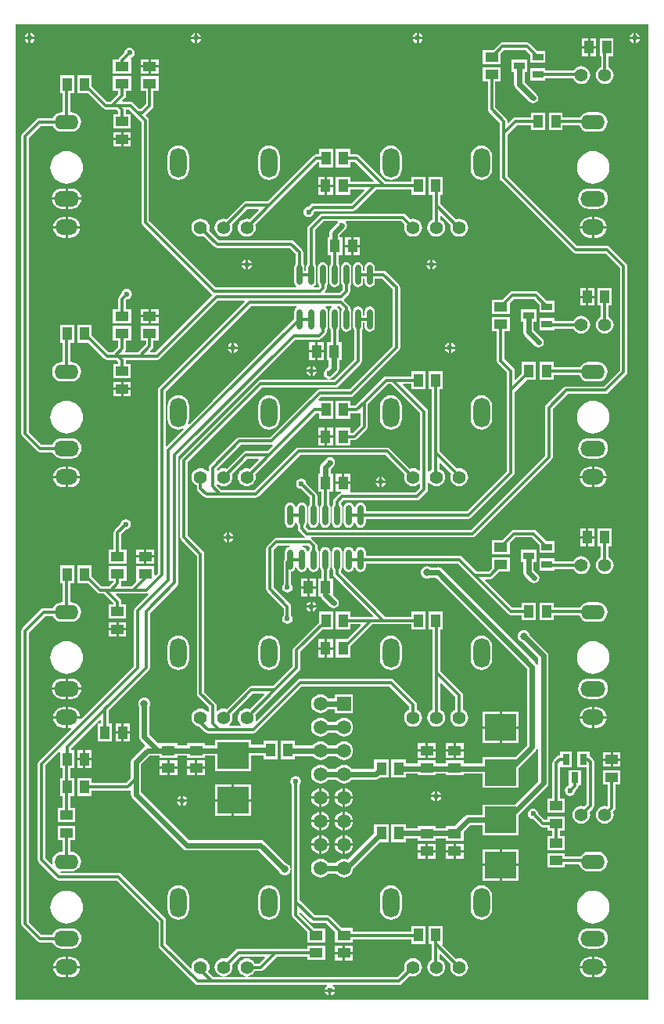
<source format=gbl>
G04 Layer_Physical_Order=2*
G04 Layer_Color=16711680*
%FSLAX44Y44*%
%MOMM*%
G71*
G01*
G75*
%ADD10C,0.6000*%
%ADD11C,0.3000*%
%ADD13C,1.4000*%
%ADD14O,2.7000X1.7000*%
%ADD15O,2.6000X1.6000*%
%ADD16O,2.4000X1.7000*%
%ADD17R,1.5000X1.5000*%
%ADD18C,1.5000*%
%ADD19C,1.4224*%
%ADD20O,1.8000X3.2000*%
%ADD21O,1.8000X3.1999*%
%ADD22C,0.6000*%
%ADD23C,0.8000*%
%ADD24R,1.0000X1.4000*%
%ADD25R,1.4000X1.0000*%
%ADD26R,1.0500X1.4500*%
%ADD27R,1.4500X1.0500*%
%ADD28R,3.4000X2.8500*%
%ADD29R,1.1000X1.4500*%
%ADD30R,1.4500X1.1000*%
%ADD31R,1.1500X0.8000*%
%ADD32R,0.8000X1.1500*%
%ADD33O,0.6000X2.2000*%
G36*
X1390000Y1070000D02*
X705000D01*
Y2030000D01*
Y2125000D01*
X1390000D01*
Y1070000D01*
D02*
G37*
%LPC*%
G36*
X1376270Y2115396D02*
Y2111270D01*
X1380396D01*
X1380219Y2112162D01*
X1378994Y2113994D01*
X1377162Y2115219D01*
X1376270Y2115396D01*
D02*
G37*
G36*
X1373730D02*
X1372838Y2115219D01*
X1371006Y2113994D01*
X1369781Y2112162D01*
X1369604Y2111270D01*
X1373730D01*
Y2115396D01*
D02*
G37*
G36*
X1141270D02*
Y2111270D01*
X1145396D01*
X1145219Y2112162D01*
X1143994Y2113994D01*
X1142162Y2115219D01*
X1141270Y2115396D01*
D02*
G37*
G36*
X1138730D02*
X1137838Y2115219D01*
X1136006Y2113994D01*
X1134781Y2112162D01*
X1134604Y2111270D01*
X1138730D01*
Y2115396D01*
D02*
G37*
G36*
X901270D02*
Y2111270D01*
X905396D01*
X905219Y2112162D01*
X903994Y2113994D01*
X902162Y2115219D01*
X901270Y2115396D01*
D02*
G37*
G36*
X898730D02*
X897838Y2115219D01*
X896006Y2113994D01*
X894781Y2112162D01*
X894604Y2111270D01*
X898730D01*
Y2115396D01*
D02*
G37*
G36*
X721270D02*
Y2111270D01*
X725396D01*
X725219Y2112162D01*
X723994Y2113994D01*
X722162Y2115219D01*
X721270Y2115396D01*
D02*
G37*
G36*
X718730D02*
X717838Y2115219D01*
X716006Y2113994D01*
X714781Y2112162D01*
X714604Y2111270D01*
X718730D01*
Y2115396D01*
D02*
G37*
G36*
X1380396Y2108730D02*
X1376270D01*
Y2104604D01*
X1377162Y2104781D01*
X1378994Y2106006D01*
X1380219Y2107838D01*
X1380396Y2108730D01*
D02*
G37*
G36*
X1373730D02*
X1369604D01*
X1369781Y2107838D01*
X1371006Y2106006D01*
X1372838Y2104781D01*
X1373730Y2104604D01*
Y2108730D01*
D02*
G37*
G36*
X1145396D02*
X1141270D01*
Y2104604D01*
X1142162Y2104781D01*
X1143994Y2106006D01*
X1145219Y2107838D01*
X1145396Y2108730D01*
D02*
G37*
G36*
X1138730D02*
X1134604D01*
X1134781Y2107838D01*
X1136006Y2106006D01*
X1137838Y2104781D01*
X1138730Y2104604D01*
Y2108730D01*
D02*
G37*
G36*
X905396D02*
X901270D01*
Y2104604D01*
X902162Y2104781D01*
X903994Y2106006D01*
X905219Y2107838D01*
X905396Y2108730D01*
D02*
G37*
G36*
X898730D02*
X894604D01*
X894781Y2107838D01*
X896006Y2106006D01*
X897838Y2104781D01*
X898730Y2104604D01*
Y2108730D01*
D02*
G37*
G36*
X725396D02*
X721270D01*
Y2104604D01*
X722162Y2104781D01*
X723994Y2106006D01*
X725219Y2107838D01*
X725396Y2108730D01*
D02*
G37*
G36*
X718730D02*
X714604D01*
X714781Y2107838D01*
X716006Y2106006D01*
X717838Y2104781D01*
X718730Y2104604D01*
Y2108730D01*
D02*
G37*
G36*
X1333040Y2109540D02*
X1326770D01*
Y2101270D01*
X1333040D01*
Y2109540D01*
D02*
G37*
G36*
X1324230D02*
X1317960D01*
Y2101270D01*
X1324230D01*
Y2109540D01*
D02*
G37*
G36*
X1333040Y2098730D02*
X1326770D01*
Y2090460D01*
X1333040D01*
Y2098730D01*
D02*
G37*
G36*
X1324230D02*
X1317960D01*
Y2090460D01*
X1324230D01*
Y2098730D01*
D02*
G37*
G36*
X1258500Y2105119D02*
X1231500D01*
X1229924Y2104806D01*
X1228587Y2103913D01*
X1221715Y2097040D01*
X1210460D01*
Y2081960D01*
X1229540D01*
Y2093215D01*
X1233206Y2096881D01*
X1256794D01*
X1261710Y2091965D01*
Y2082960D01*
X1278290D01*
Y2096040D01*
X1269285D01*
X1261413Y2103913D01*
X1260076Y2104806D01*
X1258500Y2105119D01*
D02*
G37*
G36*
X859790Y2087040D02*
X851270D01*
Y2080520D01*
X859790D01*
Y2087040D01*
D02*
G37*
G36*
X848730D02*
X840210D01*
Y2080520D01*
X848730D01*
Y2087040D01*
D02*
G37*
G36*
X1317300Y2079622D02*
X1314810Y2079294D01*
X1312489Y2078333D01*
X1310496Y2076804D01*
X1308967Y2074811D01*
X1308887Y2074619D01*
X1278290D01*
Y2077040D01*
X1261710D01*
Y2063960D01*
X1278290D01*
Y2066381D01*
X1308473D01*
X1308967Y2065189D01*
X1310496Y2063196D01*
X1312489Y2061667D01*
X1314810Y2060706D01*
X1317300Y2060378D01*
X1319790Y2060706D01*
X1322111Y2061667D01*
X1324104Y2063196D01*
X1325633Y2065189D01*
X1326595Y2067510D01*
X1326922Y2070000D01*
X1326595Y2072490D01*
X1325633Y2074811D01*
X1324104Y2076804D01*
X1322111Y2078333D01*
X1319790Y2079294D01*
X1317300Y2079622D01*
D02*
G37*
G36*
X859790Y2077980D02*
X851270D01*
Y2071460D01*
X859790D01*
Y2077980D01*
D02*
G37*
G36*
X848730D02*
X840210D01*
Y2071460D01*
X848730D01*
Y2077980D01*
D02*
G37*
G36*
X828000Y2099648D02*
X825838Y2099219D01*
X824006Y2097994D01*
X822781Y2096162D01*
X822395Y2094221D01*
X817087Y2088913D01*
X816194Y2087576D01*
X816088Y2087040D01*
X810210D01*
Y2071460D01*
X829790D01*
Y2087040D01*
X829790D01*
X829098Y2088310D01*
X829253Y2088601D01*
X830162Y2088781D01*
X831994Y2090006D01*
X833219Y2091838D01*
X833649Y2094000D01*
X833219Y2096162D01*
X831994Y2097994D01*
X830162Y2099219D01*
X828000Y2099648D01*
D02*
G37*
G36*
X1352040Y2109540D02*
X1336960D01*
Y2090460D01*
X1338581D01*
Y2078620D01*
X1337889Y2078333D01*
X1335896Y2076804D01*
X1334367Y2074811D01*
X1333406Y2072490D01*
X1333078Y2070000D01*
X1333406Y2067510D01*
X1334367Y2065189D01*
X1335896Y2063196D01*
X1337889Y2061667D01*
X1340210Y2060706D01*
X1342700Y2060378D01*
X1345190Y2060706D01*
X1347511Y2061667D01*
X1349504Y2063196D01*
X1351033Y2065189D01*
X1351994Y2067510D01*
X1352322Y2070000D01*
X1351994Y2072490D01*
X1351033Y2074811D01*
X1349504Y2076804D01*
X1347511Y2078333D01*
X1346819Y2078620D01*
Y2090460D01*
X1352040D01*
Y2109540D01*
D02*
G37*
G36*
X1258290Y2086540D02*
X1241710D01*
Y2073460D01*
X1244352D01*
Y2060000D01*
X1244351Y2060000D01*
X1244781Y2057838D01*
X1246006Y2056006D01*
X1261006Y2041006D01*
X1261006Y2041006D01*
X1262838Y2039781D01*
X1265000Y2039351D01*
X1267162Y2039781D01*
X1268994Y2041006D01*
X1270219Y2042838D01*
X1270649Y2045000D01*
X1270219Y2047162D01*
X1268994Y2048994D01*
X1268994Y2048994D01*
X1255648Y2062340D01*
Y2073460D01*
X1258290D01*
Y2086540D01*
D02*
G37*
G36*
X1335000Y2029831D02*
X1325000D01*
X1322249Y2029469D01*
X1319684Y2028407D01*
X1317483Y2026717D01*
X1315793Y2024516D01*
X1315629Y2024119D01*
X1297040D01*
Y2029540D01*
X1281960D01*
Y2010460D01*
X1297040D01*
Y2015881D01*
X1314966D01*
X1315793Y2013884D01*
X1317483Y2011683D01*
X1319684Y2009993D01*
X1322249Y2008931D01*
X1325000Y2008569D01*
X1335000D01*
X1337751Y2008931D01*
X1340316Y2009993D01*
X1342517Y2011683D01*
X1344207Y2013884D01*
X1345269Y2016449D01*
X1345631Y2019200D01*
X1345269Y2021951D01*
X1344207Y2024516D01*
X1342517Y2026717D01*
X1340316Y2028407D01*
X1337751Y2029469D01*
X1335000Y2029831D01*
D02*
G37*
G36*
X1229540Y2078040D02*
X1210460D01*
Y2062960D01*
X1215881D01*
Y2033000D01*
X1216194Y2031424D01*
X1217087Y2030087D01*
X1228881Y2018294D01*
Y2007000D01*
Y1959000D01*
X1229194Y1957424D01*
X1230087Y1956087D01*
X1308087Y1878087D01*
X1309424Y1877194D01*
X1311000Y1876881D01*
X1343294D01*
X1358881Y1861294D01*
Y1750706D01*
X1341294Y1733119D01*
X1301000D01*
X1299424Y1732806D01*
X1298087Y1731913D01*
X1279087Y1712913D01*
X1278194Y1711576D01*
X1277881Y1710000D01*
Y1658706D01*
X1197294Y1578119D01*
X1021706D01*
X1018719Y1581106D01*
Y1582193D01*
X1019819Y1583838D01*
X1020248Y1586000D01*
Y1602000D01*
X1019819Y1604162D01*
X1018594Y1605994D01*
X1016762Y1607219D01*
X1014600Y1607648D01*
X1012438Y1607219D01*
X1010606Y1605994D01*
X1009381Y1604162D01*
X1008951Y1602000D01*
Y1598119D01*
X1007549D01*
Y1602000D01*
X1007119Y1604162D01*
X1005894Y1605994D01*
X1004062Y1607219D01*
X1001900Y1607648D01*
X999738Y1607219D01*
X997906Y1605994D01*
X996681Y1604162D01*
X996252Y1602000D01*
Y1586000D01*
X996681Y1583838D01*
X997906Y1582006D01*
X999738Y1580781D01*
X1001900Y1580352D01*
X1004062Y1580781D01*
X1005894Y1582006D01*
X1007119Y1583838D01*
X1007549Y1586000D01*
Y1589881D01*
X1008951D01*
Y1586000D01*
X1009381Y1583838D01*
X1010481Y1582193D01*
Y1579400D01*
X1010794Y1577824D01*
X1011687Y1576487D01*
X1017087Y1571087D01*
X1018132Y1570389D01*
X1017815Y1569119D01*
X987000D01*
X985424Y1568806D01*
X984087Y1567913D01*
X977087Y1560913D01*
X976194Y1559576D01*
X975881Y1558000D01*
Y1514000D01*
X976194Y1512424D01*
X977087Y1511087D01*
X994881Y1493294D01*
Y1485807D01*
X993782Y1484162D01*
X993352Y1482000D01*
X993782Y1479838D01*
X995006Y1478006D01*
X996838Y1476781D01*
X999000Y1476351D01*
X1001162Y1476781D01*
X1002994Y1478006D01*
X1004219Y1479838D01*
X1004649Y1482000D01*
X1004219Y1484162D01*
X1003119Y1485807D01*
Y1495000D01*
X1002806Y1496576D01*
X1001913Y1497913D01*
X984119Y1515706D01*
Y1556294D01*
X988706Y1560881D01*
X1000938D01*
X1001056Y1560775D01*
X1000968Y1559967D01*
X1000680Y1559406D01*
X999738Y1559219D01*
X997906Y1557994D01*
X996681Y1556162D01*
X996252Y1554000D01*
Y1546177D01*
X996087Y1546013D01*
X995194Y1544676D01*
X994881Y1543100D01*
Y1519807D01*
X993782Y1518162D01*
X993352Y1516000D01*
X993782Y1513838D01*
X995006Y1512006D01*
X996838Y1510782D01*
X999000Y1510352D01*
X1001162Y1510782D01*
X1002994Y1512006D01*
X1004219Y1513838D01*
X1004649Y1516000D01*
X1004219Y1518162D01*
X1003119Y1519807D01*
Y1532594D01*
X1004062Y1532781D01*
X1005894Y1534006D01*
X1007119Y1535838D01*
X1007549Y1538000D01*
Y1541881D01*
X1008951D01*
Y1538000D01*
X1009381Y1535838D01*
X1010606Y1534006D01*
X1012438Y1532781D01*
X1014600Y1532352D01*
X1016762Y1532781D01*
X1018594Y1534006D01*
X1019819Y1535838D01*
X1020248Y1538000D01*
Y1554000D01*
X1019819Y1556162D01*
X1018594Y1557994D01*
X1016762Y1559219D01*
X1015820Y1559406D01*
X1015532Y1559967D01*
X1015444Y1560775D01*
X1015562Y1560881D01*
X1021294D01*
X1023181Y1558994D01*
Y1557807D01*
X1022081Y1556162D01*
X1021652Y1554000D01*
Y1538000D01*
X1022081Y1535838D01*
X1023306Y1534006D01*
X1025138Y1532781D01*
X1027300Y1532352D01*
X1029462Y1532781D01*
X1031294Y1534006D01*
X1032519Y1535838D01*
X1032949Y1538000D01*
Y1554000D01*
X1032519Y1556162D01*
X1031419Y1557807D01*
Y1560700D01*
X1031106Y1562276D01*
X1030213Y1563613D01*
X1025913Y1567913D01*
X1024868Y1568611D01*
X1025185Y1569881D01*
X1199000D01*
X1200576Y1570194D01*
X1201913Y1571087D01*
X1284913Y1654087D01*
X1285806Y1655424D01*
X1286119Y1657000D01*
Y1708294D01*
X1302706Y1724881D01*
X1343000D01*
X1344576Y1725194D01*
X1345913Y1726087D01*
X1365913Y1746087D01*
X1366806Y1747424D01*
X1367119Y1749000D01*
Y1863000D01*
X1366806Y1864576D01*
X1365913Y1865913D01*
X1347913Y1883913D01*
X1346576Y1884806D01*
X1345000Y1885119D01*
X1312706D01*
X1237119Y1960706D01*
Y2005294D01*
X1247706Y2015881D01*
X1262960D01*
Y2010460D01*
X1278040D01*
Y2029540D01*
X1262960D01*
Y2024119D01*
X1246000D01*
X1244424Y2023806D01*
X1243087Y2022913D01*
X1238292Y2018118D01*
X1237119Y2018604D01*
Y2020000D01*
X1236806Y2021576D01*
X1235913Y2022913D01*
X1224119Y2034706D01*
Y2062960D01*
X1229540D01*
Y2078040D01*
D02*
G37*
G36*
X768040Y2069540D02*
X752960D01*
Y2050460D01*
X755881D01*
Y2029831D01*
X755000D01*
X752249Y2029469D01*
X749685Y2028407D01*
X747483Y2026717D01*
X745793Y2024515D01*
X745298Y2023319D01*
X730200D01*
X728624Y2023006D01*
X727287Y2022113D01*
X712087Y2006913D01*
X711194Y2005576D01*
X710881Y2004000D01*
Y1682000D01*
X711194Y1680424D01*
X712087Y1679087D01*
X727887Y1663287D01*
X729224Y1662394D01*
X730800Y1662081D01*
X744757D01*
X745357Y1660632D01*
X747126Y1658326D01*
X749432Y1656557D01*
X752118Y1655444D01*
X755000Y1655065D01*
X765000D01*
X767882Y1655444D01*
X770568Y1656557D01*
X772874Y1658326D01*
X774643Y1660632D01*
X775756Y1663318D01*
X776135Y1666200D01*
X775756Y1669082D01*
X774643Y1671768D01*
X772874Y1674074D01*
X770568Y1675843D01*
X767882Y1676956D01*
X765000Y1677335D01*
X755000D01*
X752118Y1676956D01*
X749432Y1675843D01*
X747126Y1674074D01*
X745357Y1671768D01*
X744757Y1670319D01*
X732506D01*
X719119Y1683706D01*
Y2002294D01*
X731906Y2015081D01*
X745298D01*
X745793Y2013884D01*
X747483Y2011683D01*
X749685Y2009993D01*
X752249Y2008931D01*
X755000Y2008569D01*
X765000D01*
X767751Y2008931D01*
X770315Y2009993D01*
X772517Y2011683D01*
X774207Y2013884D01*
X775269Y2016449D01*
X775631Y2019200D01*
X775269Y2021951D01*
X774207Y2024515D01*
X772517Y2026717D01*
X770315Y2028407D01*
X767751Y2029469D01*
X765000Y2029831D01*
X764119D01*
Y2050460D01*
X768040D01*
Y2069540D01*
D02*
G37*
G36*
X829540Y2008040D02*
X821270D01*
Y2001770D01*
X829540D01*
Y2008040D01*
D02*
G37*
G36*
X818730D02*
X810460D01*
Y2001770D01*
X818730D01*
Y2008040D01*
D02*
G37*
G36*
X829540Y1999230D02*
X821270D01*
Y1992960D01*
X829540D01*
Y1999230D01*
D02*
G37*
G36*
X818730D02*
X810460D01*
Y1992960D01*
X818730D01*
Y1999230D01*
D02*
G37*
G36*
X1048540Y1989790D02*
X1032960D01*
Y1984119D01*
X1030001D01*
X1028425Y1983806D01*
X1027088Y1982913D01*
X977294Y1933119D01*
X953999D01*
X952423Y1932805D01*
X951087Y1931912D01*
X933268Y1914094D01*
X932520Y1914404D01*
X930000Y1914735D01*
X927480Y1914404D01*
X925132Y1913431D01*
X923116Y1911884D01*
X921569Y1909868D01*
X920596Y1907520D01*
X920265Y1905000D01*
X920596Y1902480D01*
X921569Y1900132D01*
X923116Y1898116D01*
X925132Y1896569D01*
X927480Y1895596D01*
X930000Y1895265D01*
X932520Y1895596D01*
X934868Y1896569D01*
X936884Y1898116D01*
X938431Y1900132D01*
X939404Y1902480D01*
X939735Y1905000D01*
X939404Y1907520D01*
X939093Y1908268D01*
X955706Y1924880D01*
X967397D01*
X967883Y1923707D01*
X958269Y1914094D01*
X957521Y1914404D01*
X955001Y1914735D01*
X952482Y1914404D01*
X950134Y1913431D01*
X948117Y1911884D01*
X946570Y1909868D01*
X945598Y1907520D01*
X945266Y1905000D01*
X945598Y1902480D01*
X946570Y1900132D01*
X948117Y1898116D01*
X950134Y1896569D01*
X952482Y1895596D01*
X955001Y1895265D01*
X957521Y1895596D01*
X959869Y1896569D01*
X961885Y1898116D01*
X963432Y1900132D01*
X964405Y1902480D01*
X964736Y1905000D01*
X964405Y1907520D01*
X964095Y1908268D01*
X981913Y1926087D01*
X981913Y1926087D01*
X1031690Y1975863D01*
X1032960Y1975839D01*
Y1970210D01*
X1048540D01*
Y1989790D01*
D02*
G37*
G36*
X1209000Y1993639D02*
X1205987Y1993242D01*
X1203180Y1992080D01*
X1200770Y1990230D01*
X1198920Y1987819D01*
X1197757Y1985012D01*
X1197360Y1981999D01*
Y1968000D01*
X1197757Y1964988D01*
X1198920Y1962181D01*
X1200770Y1959770D01*
X1203180Y1957920D01*
X1205987Y1956758D01*
X1209000Y1956361D01*
X1212012Y1956758D01*
X1214820Y1957920D01*
X1217230Y1959770D01*
X1219080Y1962181D01*
X1220243Y1964988D01*
X1220639Y1968000D01*
Y1981999D01*
X1220243Y1985012D01*
X1219080Y1987819D01*
X1217230Y1990230D01*
X1214820Y1992080D01*
X1212012Y1993242D01*
X1209000Y1993639D01*
D02*
G37*
G36*
X979000D02*
X975987Y1993242D01*
X973180Y1992080D01*
X970770Y1990230D01*
X968920Y1987819D01*
X967757Y1985012D01*
X967360Y1981999D01*
Y1968000D01*
X967757Y1964988D01*
X968920Y1962181D01*
X970770Y1959770D01*
X973180Y1957920D01*
X975987Y1956758D01*
X979000Y1956361D01*
X982012Y1956758D01*
X984820Y1957920D01*
X987230Y1959770D01*
X989080Y1962181D01*
X990243Y1964988D01*
X990639Y1968000D01*
Y1981999D01*
X990243Y1985012D01*
X989080Y1987819D01*
X987230Y1990230D01*
X984820Y1992080D01*
X982012Y1993242D01*
X979000Y1993639D01*
D02*
G37*
G36*
X1111000Y1993640D02*
X1107987Y1993243D01*
X1105180Y1992080D01*
X1102770Y1990230D01*
X1100920Y1987820D01*
X1099757Y1985013D01*
X1099360Y1982000D01*
Y1968000D01*
X1099757Y1964987D01*
X1100920Y1962180D01*
X1102770Y1959769D01*
X1105180Y1957920D01*
X1107987Y1956757D01*
X1111000Y1956360D01*
X1114013Y1956757D01*
X1116820Y1957920D01*
X1119230Y1959769D01*
X1121080Y1962180D01*
X1122243Y1964987D01*
X1122639Y1968000D01*
Y1982000D01*
X1122243Y1985013D01*
X1121080Y1987820D01*
X1119230Y1990230D01*
X1116820Y1992080D01*
X1114013Y1993243D01*
X1111000Y1993640D01*
D02*
G37*
G36*
X881000D02*
X877987Y1993243D01*
X875180Y1992080D01*
X872770Y1990230D01*
X870920Y1987820D01*
X869757Y1985013D01*
X869360Y1982000D01*
Y1968000D01*
X869757Y1964987D01*
X870920Y1962180D01*
X872770Y1959769D01*
X875180Y1957920D01*
X877987Y1956757D01*
X881000Y1956360D01*
X884013Y1956757D01*
X886820Y1957920D01*
X889230Y1959769D01*
X891080Y1962180D01*
X892243Y1964987D01*
X892639Y1968000D01*
Y1982000D01*
X892243Y1985013D01*
X891080Y1987820D01*
X889230Y1990230D01*
X886820Y1992080D01*
X884013Y1993243D01*
X881000Y1993640D01*
D02*
G37*
G36*
X1067040Y1989790D02*
X1051460D01*
Y1970210D01*
X1067040D01*
Y1975881D01*
X1072294D01*
X1092632Y1955542D01*
X1092146Y1954369D01*
X1067540D01*
Y1959790D01*
X1051460D01*
Y1940210D01*
X1067540D01*
Y1946131D01*
X1081646D01*
X1082132Y1944958D01*
X1068294Y1931119D01*
X1027000D01*
X1025424Y1930806D01*
X1024087Y1929913D01*
X1021779Y1927605D01*
X1019838Y1927218D01*
X1018006Y1925994D01*
X1016781Y1924162D01*
X1016351Y1922000D01*
X1016781Y1919838D01*
X1018006Y1918006D01*
X1019838Y1916781D01*
X1022000Y1916351D01*
X1024162Y1916781D01*
X1025994Y1918006D01*
X1027218Y1919838D01*
X1027605Y1921779D01*
X1028706Y1922881D01*
X1070000D01*
X1071576Y1923194D01*
X1072913Y1924087D01*
X1094956Y1946131D01*
X1132960D01*
Y1940210D01*
X1148540D01*
Y1959790D01*
X1132960D01*
Y1954369D01*
X1105456D01*
X1076913Y1982913D01*
X1075576Y1983806D01*
X1074000Y1984119D01*
X1067040D01*
Y1989790D01*
D02*
G37*
G36*
X1330000Y1987625D02*
X1326562Y1987286D01*
X1323255Y1986283D01*
X1320208Y1984655D01*
X1317537Y1982463D01*
X1315345Y1979792D01*
X1313717Y1976745D01*
X1312714Y1973438D01*
X1312375Y1970000D01*
X1312714Y1966561D01*
X1313717Y1963255D01*
X1315345Y1960208D01*
X1317537Y1957537D01*
X1320208Y1955345D01*
X1323255Y1953717D01*
X1326562Y1952714D01*
X1330000Y1952375D01*
X1333439Y1952714D01*
X1336745Y1953717D01*
X1339792Y1955345D01*
X1342463Y1957537D01*
X1344655Y1960208D01*
X1346283Y1963255D01*
X1347286Y1966561D01*
X1347625Y1970000D01*
X1347286Y1973438D01*
X1346283Y1976745D01*
X1344655Y1979792D01*
X1342463Y1982463D01*
X1339792Y1984655D01*
X1336745Y1986283D01*
X1333439Y1987286D01*
X1330000Y1987625D01*
D02*
G37*
G36*
X760000Y1987625D02*
X756562Y1987286D01*
X753255Y1986283D01*
X750208Y1984655D01*
X747537Y1982463D01*
X745346Y1979792D01*
X743717Y1976745D01*
X742714Y1973438D01*
X742375Y1970000D01*
X742714Y1966561D01*
X743717Y1963255D01*
X745346Y1960208D01*
X747537Y1957537D01*
X750208Y1955345D01*
X753255Y1953717D01*
X756562Y1952714D01*
X760000Y1952375D01*
X763438Y1952714D01*
X766745Y1953717D01*
X769792Y1955345D01*
X772463Y1957537D01*
X774654Y1960208D01*
X776283Y1963255D01*
X777286Y1966561D01*
X777625Y1970000D01*
X777286Y1973438D01*
X776283Y1976745D01*
X774654Y1979792D01*
X772463Y1982463D01*
X769792Y1984655D01*
X766745Y1986283D01*
X763438Y1987286D01*
X760000Y1987625D01*
D02*
G37*
G36*
X1048540Y1959790D02*
X1041770D01*
Y1951270D01*
X1048540D01*
Y1959790D01*
D02*
G37*
G36*
X1039230D02*
X1032460D01*
Y1951270D01*
X1039230D01*
Y1959790D01*
D02*
G37*
G36*
X1048540Y1948730D02*
X1041770D01*
Y1940210D01*
X1048540D01*
Y1948730D01*
D02*
G37*
G36*
X1039230D02*
X1032460D01*
Y1940210D01*
X1039230D01*
Y1948730D01*
D02*
G37*
G36*
X765000Y1947335D02*
X761270D01*
Y1937470D01*
X775968D01*
X775756Y1939082D01*
X774643Y1941768D01*
X772874Y1944074D01*
X770568Y1945843D01*
X767882Y1946956D01*
X765000Y1947335D01*
D02*
G37*
G36*
X758730D02*
X755000D01*
X752118Y1946956D01*
X749432Y1945843D01*
X747126Y1944074D01*
X745357Y1941768D01*
X744244Y1939082D01*
X744032Y1937470D01*
X758730D01*
Y1947335D01*
D02*
G37*
G36*
X1335000Y1947335D02*
X1325000D01*
X1322118Y1946956D01*
X1319432Y1945843D01*
X1317126Y1944074D01*
X1315357Y1941768D01*
X1314244Y1939082D01*
X1313865Y1936200D01*
X1314244Y1933318D01*
X1315357Y1930632D01*
X1317126Y1928326D01*
X1319432Y1926557D01*
X1322118Y1925444D01*
X1325000Y1925065D01*
X1335000D01*
X1337882Y1925444D01*
X1340568Y1926557D01*
X1342874Y1928326D01*
X1344643Y1930632D01*
X1345756Y1933318D01*
X1346135Y1936200D01*
X1345756Y1939082D01*
X1344643Y1941768D01*
X1342874Y1944074D01*
X1340568Y1945843D01*
X1337882Y1946956D01*
X1335000Y1947335D01*
D02*
G37*
G36*
X775968Y1934930D02*
X761270D01*
Y1925065D01*
X765000D01*
X767882Y1925444D01*
X770568Y1926557D01*
X772874Y1928326D01*
X774643Y1930632D01*
X775756Y1933318D01*
X775968Y1934930D01*
D02*
G37*
G36*
X758730D02*
X744032D01*
X744244Y1933318D01*
X745357Y1930632D01*
X747126Y1928326D01*
X749432Y1926557D01*
X752118Y1925444D01*
X755000Y1925065D01*
X758730D01*
Y1934930D01*
D02*
G37*
G36*
X1333500Y1916335D02*
X1331270D01*
Y1906470D01*
X1344468D01*
X1344256Y1908082D01*
X1343143Y1910768D01*
X1341374Y1913074D01*
X1339068Y1914843D01*
X1336382Y1915956D01*
X1333500Y1916335D01*
D02*
G37*
G36*
X1328730D02*
X1326500D01*
X1323618Y1915956D01*
X1320932Y1914843D01*
X1318626Y1913074D01*
X1316857Y1910768D01*
X1315744Y1908082D01*
X1315532Y1906470D01*
X1328730D01*
Y1916335D01*
D02*
G37*
G36*
X763500Y1916335D02*
X761270D01*
Y1906470D01*
X774468D01*
X774256Y1908082D01*
X773143Y1910768D01*
X771374Y1913074D01*
X769068Y1914843D01*
X766382Y1915956D01*
X763500Y1916335D01*
D02*
G37*
G36*
X758730D02*
X756500D01*
X753618Y1915956D01*
X750932Y1914843D01*
X748626Y1913074D01*
X746857Y1910768D01*
X745744Y1908082D01*
X745532Y1906470D01*
X758730D01*
Y1916335D01*
D02*
G37*
G36*
X1167040Y1959790D02*
X1151460D01*
Y1940210D01*
X1155881D01*
Y1929000D01*
Y1913741D01*
X1155132Y1913431D01*
X1153116Y1911884D01*
X1151569Y1909868D01*
X1150596Y1907520D01*
X1150265Y1905000D01*
X1150596Y1902480D01*
X1151569Y1900132D01*
X1153116Y1898116D01*
X1155132Y1896569D01*
X1157480Y1895596D01*
X1160000Y1895265D01*
X1162520Y1895596D01*
X1164868Y1896569D01*
X1166884Y1898116D01*
X1168431Y1900132D01*
X1169404Y1902480D01*
X1169735Y1905000D01*
X1169404Y1907520D01*
X1168431Y1909868D01*
X1166884Y1911884D01*
X1164868Y1913431D01*
X1164119Y1913741D01*
Y1917396D01*
X1165293Y1917882D01*
X1175614Y1907560D01*
X1175598Y1907520D01*
X1175266Y1905000D01*
X1175598Y1902480D01*
X1176570Y1900132D01*
X1178117Y1898116D01*
X1180134Y1896569D01*
X1182482Y1895596D01*
X1185001Y1895265D01*
X1187521Y1895596D01*
X1189869Y1896569D01*
X1191885Y1898116D01*
X1193432Y1900132D01*
X1194405Y1902480D01*
X1194736Y1905000D01*
X1194405Y1907520D01*
X1193432Y1909868D01*
X1191885Y1911884D01*
X1189869Y1913431D01*
X1187521Y1914404D01*
X1185001Y1914735D01*
X1182482Y1914404D01*
X1181025Y1913800D01*
X1164119Y1930706D01*
Y1940210D01*
X1167040D01*
Y1959790D01*
D02*
G37*
G36*
X787040Y2069540D02*
X771960D01*
Y2050460D01*
X783215D01*
X799587Y2034087D01*
X800924Y2033194D01*
X802500Y2032881D01*
X814044D01*
X815881Y2031044D01*
Y2027040D01*
X810460D01*
Y2011960D01*
X829540D01*
Y2027040D01*
X824119D01*
Y2032750D01*
X824227Y2032881D01*
X827294D01*
X840881Y2019294D01*
Y1911000D01*
X841194Y1909424D01*
X842087Y1908087D01*
X917087Y1833087D01*
X917559Y1832772D01*
X917683Y1831508D01*
X856294Y1770119D01*
X850604D01*
X850118Y1771293D01*
X852913Y1774087D01*
X853806Y1775424D01*
X854119Y1777000D01*
Y1782960D01*
X859790D01*
Y1798540D01*
X840210D01*
Y1782960D01*
X845881D01*
Y1778706D01*
X837294Y1770119D01*
X823576D01*
X823114Y1771389D01*
X823806Y1772424D01*
X824119Y1774000D01*
Y1782960D01*
X829790D01*
Y1798540D01*
X810210D01*
Y1782960D01*
X815881D01*
Y1775706D01*
X810294Y1770119D01*
X805206D01*
X787040Y1788285D01*
Y1799540D01*
X771960D01*
Y1780460D01*
X783215D01*
X800587Y1763087D01*
X801924Y1762194D01*
X803500Y1761881D01*
X814294D01*
X815881Y1760294D01*
Y1757040D01*
X810460D01*
Y1741960D01*
X829540D01*
Y1757040D01*
X824119D01*
Y1761881D01*
X858000D01*
X859576Y1762194D01*
X860913Y1763087D01*
X923706Y1825881D01*
X952396D01*
X952882Y1824707D01*
X860087Y1731913D01*
X859194Y1730576D01*
X858881Y1729000D01*
Y1531706D01*
X855963Y1528789D01*
X854790Y1529275D01*
Y1538540D01*
X835210D01*
Y1522960D01*
X835210D01*
X835481Y1522306D01*
X830294Y1517119D01*
X819281D01*
X818682Y1518239D01*
X818806Y1518424D01*
X819119Y1520000D01*
Y1522960D01*
X824790D01*
Y1538540D01*
X805210D01*
Y1522960D01*
X810842D01*
X810865Y1521690D01*
X806294Y1517119D01*
X798206D01*
X787040Y1528285D01*
Y1539540D01*
X771960D01*
Y1520460D01*
X783215D01*
X793587Y1510087D01*
X794924Y1509194D01*
X796500Y1508881D01*
X800544D01*
X810881Y1498544D01*
Y1497040D01*
X805460D01*
Y1481960D01*
X824540D01*
Y1497040D01*
X819119D01*
Y1500250D01*
X818806Y1501826D01*
X817913Y1503163D01*
X813368Y1507708D01*
X813854Y1508881D01*
X846000D01*
X847576Y1509194D01*
X848376Y1508201D01*
X834087Y1493913D01*
X833194Y1492576D01*
X832881Y1491000D01*
Y1430706D01*
X775695Y1373520D01*
X774865Y1373930D01*
X761270D01*
Y1364065D01*
X763500D01*
X764586Y1364208D01*
X765180Y1363005D01*
X730087Y1327913D01*
X729194Y1326576D01*
X728881Y1325000D01*
Y1221000D01*
X729194Y1219424D01*
X730087Y1218087D01*
X748087Y1200087D01*
X749424Y1199194D01*
X751000Y1198881D01*
X814294D01*
X859381Y1153794D01*
Y1128500D01*
X859694Y1126924D01*
X860587Y1125587D01*
X899086Y1087089D01*
X900422Y1086196D01*
X901999Y1085882D01*
X1041546D01*
X1041931Y1084612D01*
X1041006Y1083994D01*
X1039781Y1082162D01*
X1039604Y1081270D01*
X1050396D01*
X1050219Y1082162D01*
X1048994Y1083994D01*
X1048069Y1084612D01*
X1048454Y1085882D01*
X1120000D01*
X1121576Y1086196D01*
X1122913Y1087089D01*
X1131731Y1095907D01*
X1132479Y1095596D01*
X1134999Y1095265D01*
X1137518Y1095596D01*
X1139866Y1096569D01*
X1141883Y1098116D01*
X1143430Y1100132D01*
X1144402Y1102480D01*
X1144734Y1105000D01*
X1144402Y1107520D01*
X1143430Y1109868D01*
X1141883Y1111884D01*
X1139866Y1113431D01*
X1137518Y1114404D01*
X1134999Y1114735D01*
X1132479Y1114404D01*
X1130131Y1113431D01*
X1128115Y1111884D01*
X1126568Y1109868D01*
X1125595Y1107520D01*
X1125264Y1105000D01*
X1125595Y1102480D01*
X1125905Y1101732D01*
X1118294Y1094120D01*
X956039D01*
X955956Y1095390D01*
X957521Y1095596D01*
X959869Y1096569D01*
X961885Y1098116D01*
X963432Y1100132D01*
X963742Y1100881D01*
X970000D01*
X971576Y1101195D01*
X972913Y1102087D01*
X987456Y1116631D01*
X1020210D01*
Y1112960D01*
X1039790D01*
Y1128540D01*
X1020210D01*
Y1124869D01*
X945750D01*
X944174Y1124556D01*
X942837Y1123663D01*
X933268Y1114094D01*
X932520Y1114404D01*
X930000Y1114735D01*
X927480Y1114404D01*
X925132Y1113431D01*
X923116Y1111884D01*
X921569Y1109868D01*
X920596Y1107520D01*
X920265Y1105000D01*
X920596Y1102480D01*
X921569Y1100132D01*
X923116Y1098116D01*
X925132Y1096569D01*
X927480Y1095596D01*
X929045Y1095390D01*
X928962Y1094120D01*
X918705D01*
X913110Y1099715D01*
X913430Y1100132D01*
X914402Y1102480D01*
X914734Y1105000D01*
X914402Y1107520D01*
X913430Y1109868D01*
X911883Y1111884D01*
X909866Y1113431D01*
X907518Y1114404D01*
X904999Y1114735D01*
X902479Y1114404D01*
X900131Y1113431D01*
X898115Y1111884D01*
X896568Y1109868D01*
X895595Y1107520D01*
X895264Y1105000D01*
X895361Y1104260D01*
X894158Y1103667D01*
X867619Y1130206D01*
Y1155500D01*
X867306Y1157076D01*
X866413Y1158413D01*
X818913Y1205913D01*
X817576Y1206806D01*
X816000Y1207119D01*
X753313D01*
X753005Y1207551D01*
X753719Y1208738D01*
X755000Y1208569D01*
X765000D01*
X767751Y1208931D01*
X770315Y1209993D01*
X772517Y1211683D01*
X774207Y1213885D01*
X775269Y1216449D01*
X775631Y1219200D01*
X775269Y1221952D01*
X774207Y1224516D01*
X772517Y1226717D01*
X770315Y1228407D01*
X767751Y1229469D01*
X765000Y1229831D01*
X764119D01*
Y1242960D01*
X769540D01*
Y1258040D01*
X750460D01*
Y1242960D01*
X755881D01*
Y1229831D01*
X755000D01*
X752249Y1229469D01*
X749685Y1228407D01*
X747483Y1226717D01*
X745793Y1224516D01*
X744731Y1221952D01*
X744369Y1219200D01*
X744664Y1216957D01*
X743462Y1216364D01*
X737119Y1222706D01*
Y1323294D01*
X751787Y1337961D01*
X752960Y1337475D01*
Y1320210D01*
X755881D01*
Y1309790D01*
X752960D01*
Y1290210D01*
X755881D01*
Y1277040D01*
X750460D01*
Y1261960D01*
X769540D01*
Y1277040D01*
X764119D01*
Y1290210D01*
X768540D01*
Y1309790D01*
X764119D01*
Y1320210D01*
X768540D01*
Y1339790D01*
X764869D01*
Y1342044D01*
X796208Y1373382D01*
X797381Y1372896D01*
Y1368540D01*
X793960D01*
Y1349460D01*
X809040D01*
Y1368540D01*
X805619D01*
Y1382794D01*
X806913Y1384087D01*
X848913Y1426087D01*
X849806Y1427424D01*
X850119Y1429000D01*
Y1488294D01*
X879913Y1518087D01*
X880806Y1519424D01*
X881119Y1521000D01*
Y1657294D01*
X1007706Y1783881D01*
X1033000D01*
X1034576Y1784194D01*
X1035913Y1785087D01*
X1040213Y1789387D01*
X1041106Y1790724D01*
X1041419Y1792300D01*
Y1794193D01*
X1042519Y1795838D01*
X1042949Y1798000D01*
Y1814000D01*
X1042519Y1816162D01*
X1041294Y1817994D01*
X1040371Y1818611D01*
X1040756Y1819881D01*
X1046544D01*
X1046929Y1818611D01*
X1046006Y1817994D01*
X1044781Y1816162D01*
X1044352Y1814000D01*
Y1798000D01*
X1044781Y1795838D01*
X1045881Y1794193D01*
Y1780790D01*
X1041460D01*
Y1761210D01*
X1043851D01*
Y1754840D01*
X1040006Y1750994D01*
X1038781Y1749162D01*
X1038351Y1747000D01*
X1038781Y1744838D01*
X1040006Y1743006D01*
X1041838Y1741781D01*
X1043012Y1741548D01*
X1043811Y1741389D01*
X1043685Y1740119D01*
X970000D01*
X968424Y1739806D01*
X967087Y1738913D01*
X884087Y1655913D01*
X883194Y1654576D01*
X882881Y1653000D01*
Y1570000D01*
X883194Y1568424D01*
X884087Y1567087D01*
X900880Y1550295D01*
Y1401000D01*
X901193Y1399424D01*
X902086Y1398087D01*
X913880Y1386294D01*
Y1381367D01*
X912610Y1380936D01*
X911883Y1381884D01*
X909866Y1383431D01*
X907518Y1384404D01*
X904999Y1384735D01*
X902479Y1384404D01*
X900131Y1383431D01*
X898115Y1381884D01*
X896568Y1379868D01*
X895595Y1377520D01*
X895264Y1375000D01*
X895595Y1372480D01*
X896568Y1370132D01*
X898115Y1368116D01*
X900131Y1366569D01*
X902479Y1365596D01*
X903745Y1365430D01*
X910087Y1359087D01*
X911424Y1358194D01*
X913000Y1357881D01*
X962000D01*
X963576Y1358194D01*
X964913Y1359087D01*
X1014706Y1408881D01*
X1109294D01*
X1130880Y1387295D01*
Y1383741D01*
X1130131Y1383431D01*
X1128115Y1381884D01*
X1126568Y1379868D01*
X1125595Y1377520D01*
X1125264Y1375000D01*
X1125595Y1372480D01*
X1126568Y1370132D01*
X1128115Y1368116D01*
X1130131Y1366569D01*
X1132479Y1365596D01*
X1134999Y1365265D01*
X1137518Y1365596D01*
X1139866Y1366569D01*
X1141883Y1368116D01*
X1143430Y1370132D01*
X1144402Y1372480D01*
X1144734Y1375000D01*
X1144402Y1377520D01*
X1143430Y1379868D01*
X1141883Y1381884D01*
X1139866Y1383431D01*
X1139118Y1383741D01*
Y1389001D01*
X1138804Y1390578D01*
X1137911Y1391914D01*
X1113913Y1415913D01*
X1112576Y1416806D01*
X1111000Y1417119D01*
X1013000D01*
X1011424Y1416806D01*
X1010087Y1415913D01*
X965160Y1370986D01*
X964084Y1371705D01*
X964405Y1372480D01*
X964736Y1375000D01*
X964405Y1377520D01*
X964095Y1378268D01*
X987913Y1402087D01*
X1011913Y1426086D01*
X1012806Y1427422D01*
X1013119Y1428999D01*
Y1446544D01*
X1036785Y1470210D01*
X1048540D01*
Y1489790D01*
X1032960D01*
Y1478035D01*
X1006087Y1451163D01*
X1005194Y1449826D01*
X1004881Y1448250D01*
Y1430705D01*
X983294Y1409119D01*
X959999D01*
X958423Y1408805D01*
X957087Y1407912D01*
X933268Y1384094D01*
X932520Y1384404D01*
X930000Y1384735D01*
X927480Y1384404D01*
X925132Y1383431D01*
X923388Y1382093D01*
X922118Y1382502D01*
Y1388000D01*
X921804Y1389576D01*
X920911Y1390913D01*
X909118Y1402706D01*
Y1552001D01*
X908804Y1553578D01*
X907911Y1554914D01*
X891119Y1571706D01*
Y1651294D01*
X971706Y1731881D01*
X1051000D01*
X1052576Y1732194D01*
X1053913Y1733087D01*
X1078313Y1757487D01*
X1079206Y1758824D01*
X1079519Y1760400D01*
Y1794193D01*
X1080619Y1795838D01*
X1081049Y1798000D01*
Y1801881D01*
X1082451D01*
Y1798000D01*
X1082881Y1795838D01*
X1084106Y1794006D01*
X1085938Y1792781D01*
X1088100Y1792352D01*
X1090262Y1792781D01*
X1092094Y1794006D01*
X1093319Y1795838D01*
X1093748Y1798000D01*
Y1814000D01*
X1093319Y1816162D01*
X1092094Y1817994D01*
X1090262Y1819219D01*
X1088100Y1819648D01*
X1085938Y1819219D01*
X1084106Y1817994D01*
X1082881Y1816162D01*
X1082451Y1814000D01*
Y1810119D01*
X1081049D01*
Y1814000D01*
X1080619Y1816162D01*
X1079394Y1817994D01*
X1077562Y1819219D01*
X1075400Y1819648D01*
X1073238Y1819219D01*
X1071406Y1817994D01*
X1070182Y1816162D01*
X1069752Y1814000D01*
Y1798000D01*
X1070182Y1795838D01*
X1071281Y1794193D01*
Y1762106D01*
X1049294Y1740119D01*
X1044315D01*
X1044190Y1741389D01*
X1044988Y1741548D01*
X1046162Y1741781D01*
X1047994Y1743006D01*
X1053494Y1748506D01*
X1053494Y1748506D01*
X1054718Y1750338D01*
X1055148Y1752500D01*
X1055148Y1752500D01*
Y1761210D01*
X1057540D01*
Y1780790D01*
X1054119D01*
Y1794193D01*
X1055219Y1795838D01*
X1055648Y1798000D01*
Y1814000D01*
X1055219Y1816162D01*
X1053994Y1817994D01*
X1053071Y1818611D01*
X1053456Y1819881D01*
X1055294D01*
X1058095Y1817080D01*
X1057482Y1816162D01*
X1057051Y1814000D01*
Y1798000D01*
X1057482Y1795838D01*
X1058706Y1794006D01*
X1060538Y1792781D01*
X1062700Y1792352D01*
X1064862Y1792781D01*
X1066694Y1794006D01*
X1067919Y1795838D01*
X1068348Y1798000D01*
Y1814000D01*
X1067919Y1816162D01*
X1066819Y1817807D01*
Y1818300D01*
X1066506Y1819876D01*
X1065613Y1821213D01*
X1060689Y1826137D01*
X1059984Y1827000D01*
X1060689Y1827863D01*
X1065613Y1832787D01*
X1066506Y1834124D01*
X1066819Y1835700D01*
Y1842193D01*
X1067919Y1843838D01*
X1068348Y1846000D01*
Y1862000D01*
X1067919Y1864162D01*
X1066694Y1865994D01*
X1064862Y1867219D01*
X1062700Y1867648D01*
X1060538Y1867219D01*
X1058706Y1865994D01*
X1057482Y1864162D01*
X1057051Y1862000D01*
Y1846000D01*
X1057482Y1843838D01*
X1058581Y1842193D01*
Y1837406D01*
X1055294Y1834119D01*
X1039604D01*
X1039118Y1835293D01*
X1040213Y1836387D01*
X1041106Y1837724D01*
X1041419Y1839300D01*
Y1842193D01*
X1042519Y1843838D01*
X1042949Y1846000D01*
Y1862000D01*
X1042519Y1864162D01*
X1041294Y1865994D01*
X1039462Y1867219D01*
X1037300Y1867648D01*
X1035138Y1867219D01*
X1033306Y1865994D01*
X1032082Y1864162D01*
X1031652Y1862000D01*
Y1846000D01*
X1032082Y1843838D01*
X1033181Y1842193D01*
Y1841006D01*
X1032294Y1840119D01*
X1028056D01*
X1027671Y1841389D01*
X1028594Y1842006D01*
X1029819Y1843838D01*
X1030248Y1846000D01*
Y1862000D01*
X1029819Y1864162D01*
X1028719Y1865807D01*
Y1901894D01*
X1038706Y1911881D01*
X1053097D01*
X1053623Y1910611D01*
X1046006Y1902994D01*
X1044781Y1901162D01*
X1044352Y1899000D01*
X1044352Y1899000D01*
Y1894790D01*
X1042460D01*
Y1875210D01*
X1045881D01*
Y1865807D01*
X1044781Y1864162D01*
X1044352Y1862000D01*
Y1846000D01*
X1044781Y1843838D01*
X1046006Y1842006D01*
X1047838Y1840781D01*
X1050000Y1840352D01*
X1052162Y1840781D01*
X1053994Y1842006D01*
X1055219Y1843838D01*
X1055648Y1846000D01*
Y1862000D01*
X1055219Y1864162D01*
X1054119Y1865807D01*
Y1875210D01*
X1058540D01*
Y1894790D01*
X1055648D01*
Y1896660D01*
X1061994Y1903006D01*
X1061994Y1903006D01*
X1063219Y1904838D01*
X1063649Y1907000D01*
X1063219Y1909162D01*
X1062250Y1910611D01*
X1062779Y1911881D01*
X1122293D01*
X1125905Y1908268D01*
X1125595Y1907520D01*
X1125264Y1905000D01*
X1125595Y1902480D01*
X1126568Y1900132D01*
X1128115Y1898116D01*
X1130131Y1896569D01*
X1132479Y1895596D01*
X1134999Y1895265D01*
X1137518Y1895596D01*
X1139866Y1896569D01*
X1141883Y1898116D01*
X1143430Y1900132D01*
X1144402Y1902480D01*
X1144734Y1905000D01*
X1144402Y1907520D01*
X1143430Y1909868D01*
X1141883Y1911884D01*
X1139866Y1913431D01*
X1137518Y1914404D01*
X1134999Y1914735D01*
X1132479Y1914404D01*
X1131731Y1914094D01*
X1126911Y1918913D01*
X1125575Y1919806D01*
X1123999Y1920119D01*
X1037000D01*
X1035424Y1919806D01*
X1034087Y1918913D01*
X1021687Y1906513D01*
X1020794Y1905176D01*
X1020481Y1903600D01*
Y1865807D01*
X1019381Y1864162D01*
X1018951Y1862000D01*
Y1858119D01*
X1017549D01*
Y1862000D01*
X1017119Y1864162D01*
X1016019Y1865807D01*
Y1878100D01*
X1015706Y1879676D01*
X1014813Y1881013D01*
X1005913Y1889913D01*
X1004576Y1890806D01*
X1003000Y1891119D01*
X924705D01*
X914092Y1901732D01*
X914402Y1902480D01*
X914734Y1905000D01*
X914402Y1907520D01*
X913430Y1909868D01*
X911883Y1911884D01*
X909866Y1913431D01*
X907518Y1914404D01*
X904999Y1914735D01*
X902479Y1914404D01*
X900131Y1913431D01*
X898115Y1911884D01*
X896568Y1909868D01*
X895595Y1907520D01*
X895264Y1905000D01*
X895595Y1902480D01*
X896568Y1900132D01*
X898115Y1898116D01*
X900131Y1896569D01*
X902479Y1895596D01*
X904999Y1895265D01*
X907518Y1895596D01*
X908267Y1895907D01*
X920086Y1884087D01*
X921423Y1883194D01*
X922999Y1882881D01*
X1001294D01*
X1007781Y1876394D01*
Y1865807D01*
X1006682Y1864162D01*
X1006252Y1862000D01*
Y1846000D01*
X1006682Y1843838D01*
X1007906Y1842006D01*
X1008829Y1841389D01*
X1008444Y1840119D01*
X921706D01*
X849119Y1912706D01*
Y2021000D01*
X848806Y2022576D01*
X847913Y2023913D01*
X845325Y2026500D01*
X852913Y2034087D01*
X853806Y2035424D01*
X854119Y2037000D01*
Y2052960D01*
X859790D01*
Y2068540D01*
X840210D01*
Y2052960D01*
X845881D01*
Y2038706D01*
X840294Y2033119D01*
X838706D01*
X831913Y2039913D01*
X830576Y2040806D01*
X829000Y2041119D01*
X820604D01*
X820118Y2042292D01*
X822913Y2045087D01*
X823806Y2046424D01*
X824119Y2048000D01*
Y2052960D01*
X829790D01*
Y2068540D01*
X810210D01*
Y2052960D01*
X815881D01*
Y2049706D01*
X807294Y2041119D01*
X804206D01*
X787040Y2058285D01*
Y2069540D01*
D02*
G37*
G36*
X1344468Y1903930D02*
X1331270D01*
Y1894065D01*
X1333500D01*
X1336382Y1894444D01*
X1339068Y1895557D01*
X1341374Y1897326D01*
X1343143Y1899632D01*
X1344256Y1902318D01*
X1344468Y1903930D01*
D02*
G37*
G36*
X1328730D02*
X1315532D01*
X1315744Y1902318D01*
X1316857Y1899632D01*
X1318626Y1897326D01*
X1320932Y1895557D01*
X1323618Y1894444D01*
X1326500Y1894065D01*
X1328730D01*
Y1903930D01*
D02*
G37*
G36*
X774468Y1903930D02*
X761270D01*
Y1894065D01*
X763500D01*
X766382Y1894444D01*
X769068Y1895556D01*
X771374Y1897326D01*
X773143Y1899632D01*
X774256Y1902318D01*
X774468Y1903930D01*
D02*
G37*
G36*
X758730D02*
X745532D01*
X745744Y1902318D01*
X746857Y1899632D01*
X748626Y1897326D01*
X750932Y1895556D01*
X753618Y1894444D01*
X756500Y1894065D01*
X758730D01*
Y1903930D01*
D02*
G37*
G36*
X1077540Y1894790D02*
X1070770D01*
Y1886270D01*
X1077540D01*
Y1894790D01*
D02*
G37*
G36*
X1068230D02*
X1061460D01*
Y1886270D01*
X1068230D01*
Y1894790D01*
D02*
G37*
G36*
X1077540Y1883730D02*
X1070770D01*
Y1875210D01*
X1077540D01*
Y1883730D01*
D02*
G37*
G36*
X1068230D02*
X1061460D01*
Y1875210D01*
X1068230D01*
Y1883730D01*
D02*
G37*
G36*
X1156270Y1870396D02*
Y1866270D01*
X1160396D01*
X1160219Y1867162D01*
X1158994Y1868994D01*
X1157162Y1870219D01*
X1156270Y1870396D01*
D02*
G37*
G36*
X1153730D02*
X1152838Y1870219D01*
X1151006Y1868994D01*
X1149781Y1867162D01*
X1149604Y1866270D01*
X1153730D01*
Y1870396D01*
D02*
G37*
G36*
X956270D02*
Y1866270D01*
X960396D01*
X960219Y1867162D01*
X958994Y1868994D01*
X957162Y1870219D01*
X956270Y1870396D01*
D02*
G37*
G36*
X953730D02*
X952838Y1870219D01*
X951006Y1868994D01*
X949781Y1867162D01*
X949604Y1866270D01*
X953730D01*
Y1870396D01*
D02*
G37*
G36*
X1160396Y1863730D02*
X1156270D01*
Y1859604D01*
X1157162Y1859781D01*
X1158994Y1861006D01*
X1160219Y1862838D01*
X1160396Y1863730D01*
D02*
G37*
G36*
X1153730D02*
X1149604D01*
X1149781Y1862838D01*
X1151006Y1861006D01*
X1152838Y1859781D01*
X1153730Y1859604D01*
Y1863730D01*
D02*
G37*
G36*
X960396D02*
X956270D01*
Y1859604D01*
X957162Y1859781D01*
X958994Y1861006D01*
X960219Y1862838D01*
X960396Y1863730D01*
D02*
G37*
G36*
X953730D02*
X949604D01*
X949781Y1862838D01*
X951006Y1861006D01*
X952838Y1859781D01*
X953730Y1859604D01*
Y1863730D01*
D02*
G37*
G36*
X1088100Y1867648D02*
X1085938Y1867219D01*
X1084106Y1865994D01*
X1082881Y1864162D01*
X1082451Y1862000D01*
Y1858119D01*
X1081049D01*
Y1862000D01*
X1080619Y1864162D01*
X1079394Y1865994D01*
X1077562Y1867219D01*
X1075400Y1867648D01*
X1073238Y1867219D01*
X1071406Y1865994D01*
X1070182Y1864162D01*
X1069752Y1862000D01*
Y1846000D01*
X1070182Y1843838D01*
X1071406Y1842006D01*
X1073238Y1840781D01*
X1075400Y1840352D01*
X1077562Y1840781D01*
X1079394Y1842006D01*
X1080619Y1843838D01*
X1081049Y1846000D01*
Y1849881D01*
X1082451D01*
Y1846000D01*
X1082881Y1843838D01*
X1084106Y1842006D01*
X1085938Y1840781D01*
X1088100Y1840352D01*
X1090262Y1840781D01*
X1092094Y1842006D01*
X1093319Y1843838D01*
X1093748Y1846000D01*
Y1849881D01*
X1101294D01*
X1112881Y1838294D01*
Y1776706D01*
X1066294Y1730119D01*
X1034000D01*
X1032424Y1729806D01*
X1031087Y1728913D01*
X980294Y1678119D01*
X947000D01*
X945424Y1677806D01*
X944087Y1676913D01*
X915087Y1647913D01*
X914194Y1646576D01*
X913881Y1645000D01*
Y1641366D01*
X912611Y1640935D01*
X911883Y1641884D01*
X909866Y1643431D01*
X907518Y1644404D01*
X904999Y1644735D01*
X902479Y1644404D01*
X900131Y1643431D01*
X898115Y1641884D01*
X896568Y1639868D01*
X895595Y1637520D01*
X895264Y1635000D01*
X895595Y1632480D01*
X896568Y1630132D01*
X898115Y1628116D01*
X900131Y1626569D01*
X900880Y1626259D01*
Y1623001D01*
X901193Y1621425D01*
X902086Y1620089D01*
X908087Y1614087D01*
X909424Y1613194D01*
X911000Y1612881D01*
X965000D01*
X966576Y1613194D01*
X967913Y1614087D01*
X1012706Y1658881D01*
X1105293D01*
X1125905Y1638268D01*
X1125595Y1637520D01*
X1125264Y1635000D01*
X1125595Y1632480D01*
X1126568Y1630132D01*
X1128115Y1628116D01*
X1130131Y1626569D01*
X1132479Y1625596D01*
X1134999Y1625265D01*
X1137518Y1625596D01*
X1139866Y1626569D01*
X1141611Y1627908D01*
X1142881Y1627498D01*
Y1623706D01*
X1137294Y1618119D01*
X1067972D01*
X1067540Y1619210D01*
X1067540Y1619389D01*
Y1627730D01*
X1059500D01*
X1051460D01*
Y1619210D01*
X1056974D01*
X1057099Y1617940D01*
X1056424Y1617806D01*
X1055087Y1616913D01*
X1049787Y1611613D01*
X1048894Y1610276D01*
X1048581Y1608700D01*
Y1605807D01*
X1047481Y1604162D01*
X1047051Y1602000D01*
Y1586000D01*
X1047481Y1583838D01*
X1048706Y1582006D01*
X1050538Y1580781D01*
X1052700Y1580352D01*
X1054862Y1580781D01*
X1056694Y1582006D01*
X1057919Y1583838D01*
X1058348Y1586000D01*
Y1602000D01*
X1057919Y1604162D01*
X1056819Y1605807D01*
Y1606994D01*
X1059706Y1609881D01*
X1139000D01*
X1140576Y1610194D01*
X1141913Y1611087D01*
X1149913Y1619087D01*
X1150806Y1620424D01*
X1151119Y1622000D01*
Y1628633D01*
X1152389Y1629064D01*
X1153116Y1628116D01*
X1155132Y1626569D01*
X1157480Y1625596D01*
X1160000Y1625265D01*
X1162520Y1625596D01*
X1164868Y1626569D01*
X1166884Y1628116D01*
X1168431Y1630132D01*
X1169404Y1632480D01*
X1169735Y1635000D01*
X1169404Y1637520D01*
X1168431Y1639868D01*
X1166884Y1641884D01*
X1164868Y1643431D01*
X1163369Y1644052D01*
Y1650396D01*
X1164542Y1650882D01*
X1176273Y1639151D01*
X1175598Y1637520D01*
X1175266Y1635000D01*
X1175598Y1632480D01*
X1176570Y1630132D01*
X1178117Y1628116D01*
X1180134Y1626569D01*
X1182482Y1625596D01*
X1185001Y1625265D01*
X1187521Y1625596D01*
X1189869Y1626569D01*
X1191885Y1628116D01*
X1193432Y1630132D01*
X1194405Y1632480D01*
X1194736Y1635000D01*
X1194405Y1637520D01*
X1193432Y1639868D01*
X1191885Y1641884D01*
X1189869Y1643431D01*
X1187521Y1644404D01*
X1185001Y1644735D01*
X1182650Y1644426D01*
X1163369Y1663706D01*
Y1730210D01*
X1167040D01*
Y1749790D01*
X1151460D01*
Y1730210D01*
X1155131D01*
Y1662000D01*
Y1643430D01*
X1153116Y1641884D01*
X1152389Y1640936D01*
X1151119Y1641368D01*
Y1706000D01*
X1150806Y1707576D01*
X1149913Y1708913D01*
X1124118Y1734707D01*
X1124604Y1735881D01*
X1132960D01*
Y1730210D01*
X1148540D01*
Y1749790D01*
X1132960D01*
Y1744119D01*
X1106000D01*
X1104424Y1743806D01*
X1103087Y1742913D01*
X1079087Y1718913D01*
X1072294Y1712119D01*
X1067040D01*
Y1717790D01*
X1051460D01*
Y1698210D01*
X1067040D01*
Y1703881D01*
X1074000D01*
X1075576Y1704194D01*
X1076611Y1704886D01*
X1077881Y1704424D01*
Y1691706D01*
X1069294Y1683119D01*
X1067540D01*
Y1688790D01*
X1051460D01*
Y1669210D01*
X1067540D01*
Y1674881D01*
X1071000D01*
X1072576Y1675194D01*
X1073913Y1676087D01*
X1084913Y1687087D01*
X1085806Y1688424D01*
X1086119Y1690000D01*
Y1714294D01*
X1107706Y1735881D01*
X1111294D01*
X1142881Y1704294D01*
Y1642502D01*
X1141611Y1642092D01*
X1139866Y1643431D01*
X1137518Y1644404D01*
X1134999Y1644735D01*
X1132479Y1644404D01*
X1131731Y1644094D01*
X1109911Y1665913D01*
X1108575Y1666806D01*
X1106999Y1667119D01*
X1011000D01*
X1009424Y1666806D01*
X1008087Y1665913D01*
X963294Y1621119D01*
X927706D01*
X922531Y1626295D01*
X922631Y1626888D01*
X924011Y1627429D01*
X925132Y1626569D01*
X927480Y1625596D01*
X930000Y1625265D01*
X932520Y1625596D01*
X934868Y1626569D01*
X936884Y1628116D01*
X938431Y1630132D01*
X939404Y1632480D01*
X939735Y1635000D01*
X939404Y1637520D01*
X939093Y1638268D01*
X955706Y1654880D01*
X967397D01*
X967883Y1653707D01*
X958269Y1644094D01*
X957521Y1644404D01*
X955001Y1644735D01*
X952482Y1644404D01*
X950134Y1643431D01*
X948117Y1641884D01*
X946570Y1639868D01*
X945598Y1637520D01*
X945266Y1635000D01*
X945598Y1632480D01*
X946570Y1630132D01*
X948117Y1628116D01*
X950134Y1626569D01*
X952482Y1625596D01*
X955001Y1625265D01*
X957521Y1625596D01*
X959869Y1626569D01*
X961885Y1628116D01*
X963432Y1630132D01*
X964405Y1632480D01*
X964736Y1635000D01*
X964405Y1637520D01*
X964095Y1638268D01*
X981913Y1656087D01*
X981913Y1656087D01*
X1029707Y1703881D01*
X1032960D01*
Y1698210D01*
X1048540D01*
Y1717790D01*
X1034133D01*
X1033411Y1717790D01*
X1032833Y1719007D01*
X1035706Y1721881D01*
X1068000D01*
X1069576Y1722194D01*
X1070913Y1723087D01*
X1119913Y1772087D01*
X1120806Y1773424D01*
X1121119Y1775000D01*
Y1840000D01*
X1120806Y1841576D01*
X1119913Y1842913D01*
X1105913Y1856913D01*
X1104576Y1857806D01*
X1103000Y1858119D01*
X1093748D01*
Y1862000D01*
X1093319Y1864162D01*
X1092094Y1865994D01*
X1090262Y1867219D01*
X1088100Y1867648D01*
D02*
G37*
G36*
X1331040Y1839540D02*
X1324770D01*
Y1831270D01*
X1331040D01*
Y1839540D01*
D02*
G37*
G36*
X1322230D02*
X1315960D01*
Y1831270D01*
X1322230D01*
Y1839540D01*
D02*
G37*
G36*
X1331040Y1828730D02*
X1324770D01*
Y1820460D01*
X1331040D01*
Y1828730D01*
D02*
G37*
G36*
X1322230D02*
X1315960D01*
Y1820460D01*
X1322230D01*
Y1828730D01*
D02*
G37*
G36*
X1267500Y1836119D02*
X1242500D01*
X1240924Y1835806D01*
X1239587Y1834913D01*
X1231715Y1827040D01*
X1220460D01*
Y1811960D01*
X1239540D01*
Y1823215D01*
X1244206Y1827881D01*
X1265794D01*
X1271710Y1821965D01*
Y1812960D01*
X1288290D01*
Y1826040D01*
X1279285D01*
X1270413Y1834913D01*
X1269076Y1835806D01*
X1267500Y1836119D01*
D02*
G37*
G36*
X859790Y1817040D02*
X851270D01*
Y1810520D01*
X859790D01*
Y1817040D01*
D02*
G37*
G36*
X848730D02*
X840210D01*
Y1810520D01*
X848730D01*
Y1817040D01*
D02*
G37*
G36*
X1317300Y1809622D02*
X1314810Y1809294D01*
X1312489Y1808333D01*
X1310496Y1806804D01*
X1308967Y1804811D01*
X1308680Y1804119D01*
X1288290D01*
Y1807040D01*
X1271710D01*
Y1793960D01*
X1288290D01*
Y1795881D01*
X1308680D01*
X1308967Y1795189D01*
X1310496Y1793196D01*
X1312489Y1791667D01*
X1314810Y1790706D01*
X1317300Y1790378D01*
X1319790Y1790706D01*
X1322111Y1791667D01*
X1324104Y1793196D01*
X1325633Y1795189D01*
X1326595Y1797510D01*
X1326922Y1800000D01*
X1326595Y1802491D01*
X1325633Y1804811D01*
X1324104Y1806804D01*
X1322111Y1808333D01*
X1319790Y1809294D01*
X1317300Y1809622D01*
D02*
G37*
G36*
X859790Y1807980D02*
X851270D01*
Y1801460D01*
X859790D01*
Y1807980D01*
D02*
G37*
G36*
X848730D02*
X840210D01*
Y1801460D01*
X848730D01*
Y1807980D01*
D02*
G37*
G36*
X825000Y1838649D02*
X822838Y1838219D01*
X821006Y1836994D01*
X819781Y1835162D01*
X819395Y1833221D01*
X817087Y1830913D01*
X816194Y1829576D01*
X815881Y1828000D01*
Y1817040D01*
X810210D01*
Y1801460D01*
X829790D01*
Y1817040D01*
X824119D01*
Y1826294D01*
X825221Y1827395D01*
X827162Y1827781D01*
X828994Y1829006D01*
X830219Y1830838D01*
X830648Y1833000D01*
X830219Y1835162D01*
X828994Y1836994D01*
X827162Y1838219D01*
X825000Y1838649D01*
D02*
G37*
G36*
X1350040Y1839540D02*
X1334960D01*
Y1820460D01*
X1338381D01*
Y1808537D01*
X1337889Y1808333D01*
X1335896Y1806804D01*
X1334367Y1804811D01*
X1333406Y1802491D01*
X1333078Y1800000D01*
X1333406Y1797510D01*
X1334367Y1795189D01*
X1335896Y1793196D01*
X1337889Y1791667D01*
X1340210Y1790706D01*
X1342700Y1790378D01*
X1345190Y1790706D01*
X1347511Y1791667D01*
X1349504Y1793196D01*
X1351033Y1795189D01*
X1351994Y1797510D01*
X1352322Y1800000D01*
X1351994Y1802491D01*
X1351033Y1804811D01*
X1349504Y1806804D01*
X1347511Y1808333D01*
X1346619Y1808703D01*
Y1820460D01*
X1350040D01*
Y1839540D01*
D02*
G37*
G36*
X1176270Y1780396D02*
Y1776270D01*
X1180396D01*
X1180219Y1777162D01*
X1178994Y1778994D01*
X1177162Y1780219D01*
X1176270Y1780396D01*
D02*
G37*
G36*
X1173730D02*
X1172838Y1780219D01*
X1171006Y1778994D01*
X1169781Y1777162D01*
X1169604Y1776270D01*
X1173730D01*
Y1780396D01*
D02*
G37*
G36*
X1268290Y1816540D02*
X1251710D01*
Y1803460D01*
X1254352D01*
Y1792000D01*
X1254351Y1792000D01*
X1254781Y1789838D01*
X1256006Y1788006D01*
X1267006Y1777006D01*
X1267006Y1777006D01*
X1268838Y1775781D01*
X1271000Y1775351D01*
X1273162Y1775781D01*
X1274994Y1777006D01*
X1276219Y1778838D01*
X1276649Y1781000D01*
X1276219Y1783162D01*
X1274994Y1784994D01*
X1274994Y1784994D01*
X1265648Y1794340D01*
Y1803460D01*
X1268290D01*
Y1816540D01*
D02*
G37*
G36*
X1038540Y1780790D02*
X1031770D01*
Y1772270D01*
X1038540D01*
Y1780790D01*
D02*
G37*
G36*
X1029230D02*
X1022460D01*
Y1772270D01*
X1029230D01*
Y1780790D01*
D02*
G37*
G36*
X1180396Y1773730D02*
X1176270D01*
Y1769604D01*
X1177162Y1769781D01*
X1178994Y1771006D01*
X1180219Y1772838D01*
X1180396Y1773730D01*
D02*
G37*
G36*
X1173730D02*
X1169604D01*
X1169781Y1772838D01*
X1171006Y1771006D01*
X1172838Y1769781D01*
X1173730Y1769604D01*
Y1773730D01*
D02*
G37*
G36*
X1038540Y1769730D02*
X1031770D01*
Y1761210D01*
X1038540D01*
Y1769730D01*
D02*
G37*
G36*
X1029230D02*
X1022460D01*
Y1761210D01*
X1029230D01*
Y1769730D01*
D02*
G37*
G36*
X1335000Y1759831D02*
X1325000D01*
X1322249Y1759469D01*
X1319684Y1758407D01*
X1317483Y1756717D01*
X1315793Y1754516D01*
X1315629Y1754119D01*
X1287040D01*
Y1759540D01*
X1271960D01*
Y1740460D01*
X1287040D01*
Y1745881D01*
X1314966D01*
X1315793Y1743884D01*
X1317483Y1741683D01*
X1319684Y1739993D01*
X1322249Y1738931D01*
X1325000Y1738569D01*
X1335000D01*
X1337751Y1738931D01*
X1340316Y1739993D01*
X1342517Y1741683D01*
X1344207Y1743884D01*
X1345269Y1746449D01*
X1345631Y1749200D01*
X1345269Y1751951D01*
X1344207Y1754516D01*
X1342517Y1756717D01*
X1340316Y1758407D01*
X1337751Y1759469D01*
X1335000Y1759831D01*
D02*
G37*
G36*
X1026270Y1755396D02*
Y1751270D01*
X1030396D01*
X1030219Y1752162D01*
X1028994Y1753994D01*
X1027162Y1755219D01*
X1026270Y1755396D01*
D02*
G37*
G36*
X1023730D02*
X1022838Y1755219D01*
X1021006Y1753994D01*
X1019781Y1752162D01*
X1019604Y1751270D01*
X1023730D01*
Y1755396D01*
D02*
G37*
G36*
X1030396Y1748730D02*
X1026270D01*
Y1744604D01*
X1027162Y1744781D01*
X1028994Y1746006D01*
X1030219Y1747838D01*
X1030396Y1748730D01*
D02*
G37*
G36*
X1023730D02*
X1019604D01*
X1019781Y1747838D01*
X1021006Y1746006D01*
X1022838Y1744781D01*
X1023730Y1744604D01*
Y1748730D01*
D02*
G37*
G36*
X768040Y1799540D02*
X752960D01*
Y1780460D01*
X755881D01*
Y1759831D01*
X755000D01*
X752249Y1759469D01*
X749685Y1758407D01*
X747483Y1756717D01*
X745793Y1754516D01*
X744731Y1751951D01*
X744369Y1749200D01*
X744731Y1746449D01*
X745793Y1743884D01*
X747483Y1741683D01*
X749685Y1739993D01*
X752249Y1738931D01*
X755000Y1738569D01*
X765000D01*
X767751Y1738931D01*
X770315Y1739993D01*
X772517Y1741683D01*
X774207Y1743884D01*
X775269Y1746449D01*
X775631Y1749200D01*
X775269Y1751951D01*
X774207Y1754516D01*
X772517Y1756717D01*
X770315Y1758407D01*
X767751Y1759469D01*
X765000Y1759831D01*
X764119D01*
Y1780460D01*
X768040D01*
Y1799540D01*
D02*
G37*
G36*
X829540Y1738040D02*
X821270D01*
Y1731770D01*
X829540D01*
Y1738040D01*
D02*
G37*
G36*
X818730D02*
X810460D01*
Y1731770D01*
X818730D01*
Y1738040D01*
D02*
G37*
G36*
X829540Y1729230D02*
X821270D01*
Y1722960D01*
X829540D01*
Y1729230D01*
D02*
G37*
G36*
X818730D02*
X810460D01*
Y1722960D01*
X818730D01*
Y1729230D01*
D02*
G37*
G36*
X1209000Y1723639D02*
X1205987Y1723242D01*
X1203180Y1722079D01*
X1200770Y1720230D01*
X1198920Y1717819D01*
X1197757Y1715012D01*
X1197360Y1711999D01*
Y1698000D01*
X1197757Y1694988D01*
X1198920Y1692181D01*
X1200770Y1689770D01*
X1203180Y1687920D01*
X1205987Y1686758D01*
X1209000Y1686361D01*
X1212012Y1686758D01*
X1214820Y1687920D01*
X1217230Y1689770D01*
X1219080Y1692181D01*
X1220243Y1694988D01*
X1220639Y1698000D01*
Y1711999D01*
X1220243Y1715012D01*
X1219080Y1717819D01*
X1217230Y1720230D01*
X1214820Y1722079D01*
X1212012Y1723242D01*
X1209000Y1723639D01*
D02*
G37*
G36*
X979000D02*
X975987Y1723242D01*
X973180Y1722079D01*
X970770Y1720230D01*
X968920Y1717819D01*
X967757Y1715012D01*
X967360Y1711999D01*
Y1698000D01*
X967757Y1694988D01*
X968920Y1692181D01*
X970770Y1689770D01*
X973180Y1687920D01*
X975987Y1686758D01*
X979000Y1686361D01*
X982012Y1686758D01*
X984820Y1687920D01*
X987230Y1689770D01*
X989080Y1692181D01*
X990243Y1694988D01*
X990639Y1698000D01*
Y1711999D01*
X990243Y1715012D01*
X989080Y1717819D01*
X987230Y1720230D01*
X984820Y1722079D01*
X982012Y1723242D01*
X979000Y1723639D01*
D02*
G37*
G36*
X1111000Y1723640D02*
X1107987Y1723243D01*
X1105180Y1722080D01*
X1102770Y1720230D01*
X1100920Y1717820D01*
X1099757Y1715013D01*
X1099360Y1712000D01*
Y1698000D01*
X1099757Y1694987D01*
X1100920Y1692180D01*
X1102770Y1689769D01*
X1105180Y1687920D01*
X1107987Y1686757D01*
X1111000Y1686360D01*
X1114013Y1686757D01*
X1116820Y1687920D01*
X1119230Y1689769D01*
X1121080Y1692180D01*
X1122243Y1694987D01*
X1122639Y1698000D01*
Y1712000D01*
X1122243Y1715013D01*
X1121080Y1717820D01*
X1119230Y1720230D01*
X1116820Y1722080D01*
X1114013Y1723243D01*
X1111000Y1723640D01*
D02*
G37*
G36*
X1330000Y1717625D02*
X1326562Y1717286D01*
X1323255Y1716283D01*
X1320208Y1714655D01*
X1317537Y1712463D01*
X1315345Y1709792D01*
X1313717Y1706745D01*
X1312714Y1703439D01*
X1312375Y1700000D01*
X1312714Y1696562D01*
X1313717Y1693255D01*
X1315345Y1690208D01*
X1317537Y1687537D01*
X1320208Y1685345D01*
X1323255Y1683717D01*
X1326562Y1682714D01*
X1330000Y1682375D01*
X1333439Y1682714D01*
X1336745Y1683717D01*
X1339792Y1685345D01*
X1342463Y1687537D01*
X1344655Y1690208D01*
X1346283Y1693255D01*
X1347286Y1696562D01*
X1347625Y1700000D01*
X1347286Y1703439D01*
X1346283Y1706745D01*
X1344655Y1709792D01*
X1342463Y1712463D01*
X1339792Y1714655D01*
X1336745Y1716283D01*
X1333439Y1717286D01*
X1330000Y1717625D01*
D02*
G37*
G36*
X760000D02*
X756562Y1717286D01*
X753255Y1716283D01*
X750208Y1714655D01*
X747537Y1712463D01*
X745346Y1709792D01*
X743717Y1706745D01*
X742714Y1703439D01*
X742375Y1700000D01*
X742714Y1696562D01*
X743717Y1693255D01*
X745346Y1690208D01*
X747537Y1687537D01*
X750208Y1685345D01*
X753255Y1683717D01*
X756562Y1682714D01*
X760000Y1682375D01*
X763438Y1682714D01*
X766745Y1683717D01*
X769792Y1685345D01*
X772463Y1687537D01*
X774654Y1690208D01*
X776283Y1693255D01*
X777286Y1696562D01*
X777625Y1700000D01*
X777286Y1703439D01*
X776283Y1706745D01*
X774654Y1709792D01*
X772463Y1712463D01*
X769792Y1714655D01*
X766745Y1716283D01*
X763438Y1717286D01*
X760000Y1717625D01*
D02*
G37*
G36*
X1048540Y1688790D02*
X1041770D01*
Y1680270D01*
X1048540D01*
Y1688790D01*
D02*
G37*
G36*
X1039230D02*
X1032460D01*
Y1680270D01*
X1039230D01*
Y1688790D01*
D02*
G37*
G36*
X1048540Y1677730D02*
X1041770D01*
Y1669210D01*
X1048540D01*
Y1677730D01*
D02*
G37*
G36*
X1039230D02*
X1032460D01*
Y1669210D01*
X1039230D01*
Y1677730D01*
D02*
G37*
G36*
X1335000Y1677335D02*
X1325000D01*
X1322118Y1676956D01*
X1319432Y1675843D01*
X1317126Y1674074D01*
X1315357Y1671768D01*
X1314244Y1669082D01*
X1313865Y1666200D01*
X1314244Y1663318D01*
X1315357Y1660632D01*
X1317126Y1658326D01*
X1319432Y1656557D01*
X1322118Y1655444D01*
X1325000Y1655065D01*
X1335000D01*
X1337882Y1655444D01*
X1340568Y1656557D01*
X1342874Y1658326D01*
X1344643Y1660632D01*
X1345756Y1663318D01*
X1346135Y1666200D01*
X1345756Y1669082D01*
X1344643Y1671768D01*
X1342874Y1674074D01*
X1340568Y1675843D01*
X1337882Y1676956D01*
X1335000Y1677335D01*
D02*
G37*
G36*
X1333500Y1646335D02*
X1331270D01*
Y1636470D01*
X1344468D01*
X1344256Y1638082D01*
X1343143Y1640768D01*
X1341374Y1643074D01*
X1339068Y1644843D01*
X1336382Y1645956D01*
X1333500Y1646335D01*
D02*
G37*
G36*
X1328730D02*
X1326500D01*
X1323618Y1645956D01*
X1320932Y1644843D01*
X1318626Y1643074D01*
X1316857Y1640768D01*
X1315744Y1638082D01*
X1315532Y1636470D01*
X1328730D01*
Y1646335D01*
D02*
G37*
G36*
X763500D02*
X761270D01*
Y1636470D01*
X774468D01*
X774256Y1638082D01*
X773143Y1640768D01*
X771374Y1643074D01*
X769068Y1644843D01*
X766382Y1645956D01*
X763500Y1646335D01*
D02*
G37*
G36*
X758730D02*
X756500D01*
X753618Y1645956D01*
X750932Y1644843D01*
X748626Y1643074D01*
X746857Y1640768D01*
X745744Y1638082D01*
X745532Y1636470D01*
X758730D01*
Y1646335D01*
D02*
G37*
G36*
X1101270Y1635396D02*
Y1631270D01*
X1105396D01*
X1105219Y1632162D01*
X1103994Y1633994D01*
X1102162Y1635219D01*
X1101270Y1635396D01*
D02*
G37*
G36*
X1098730D02*
X1097838Y1635219D01*
X1096006Y1633994D01*
X1094781Y1632162D01*
X1094604Y1631270D01*
X1098730D01*
Y1635396D01*
D02*
G37*
G36*
X1067540Y1638790D02*
X1060770D01*
Y1630270D01*
X1067540D01*
Y1638790D01*
D02*
G37*
G36*
X1058230D02*
X1051460D01*
Y1630270D01*
X1058230D01*
Y1638790D01*
D02*
G37*
G36*
X1105396Y1628730D02*
X1101270D01*
Y1624604D01*
X1102162Y1624781D01*
X1103994Y1626006D01*
X1105219Y1627838D01*
X1105396Y1628730D01*
D02*
G37*
G36*
X1098730D02*
X1094604D01*
X1094781Y1627838D01*
X1096006Y1626006D01*
X1097838Y1624781D01*
X1098730Y1624604D01*
Y1628730D01*
D02*
G37*
G36*
X1344468Y1633930D02*
X1331270D01*
Y1624065D01*
X1333500D01*
X1336382Y1624444D01*
X1339068Y1625557D01*
X1341374Y1627326D01*
X1343143Y1629632D01*
X1344256Y1632318D01*
X1344468Y1633930D01*
D02*
G37*
G36*
X1328730D02*
X1315532D01*
X1315744Y1632318D01*
X1316857Y1629632D01*
X1318626Y1627326D01*
X1320932Y1625557D01*
X1323618Y1624444D01*
X1326500Y1624065D01*
X1328730D01*
Y1633930D01*
D02*
G37*
G36*
X774468D02*
X761270D01*
Y1624065D01*
X763500D01*
X766382Y1624444D01*
X769068Y1625557D01*
X771374Y1627326D01*
X773143Y1629632D01*
X774256Y1632318D01*
X774468Y1633930D01*
D02*
G37*
G36*
X758730D02*
X745532D01*
X745744Y1632318D01*
X746857Y1629632D01*
X748626Y1627326D01*
X750932Y1625557D01*
X753618Y1624444D01*
X756500Y1624065D01*
X758730D01*
Y1633930D01*
D02*
G37*
G36*
X1239540Y1808040D02*
X1220460D01*
Y1792960D01*
X1225881D01*
Y1761000D01*
X1226194Y1759424D01*
X1227087Y1758087D01*
X1236881Y1748294D01*
Y1729000D01*
Y1641706D01*
X1193294Y1598119D01*
X1083748D01*
Y1602000D01*
X1083319Y1604162D01*
X1082094Y1605994D01*
X1080262Y1607219D01*
X1078100Y1607648D01*
X1075938Y1607219D01*
X1074106Y1605994D01*
X1072881Y1604162D01*
X1072451Y1602000D01*
Y1598119D01*
X1071049D01*
Y1602000D01*
X1070619Y1604162D01*
X1069394Y1605994D01*
X1067562Y1607219D01*
X1065400Y1607648D01*
X1063238Y1607219D01*
X1061406Y1605994D01*
X1060181Y1604162D01*
X1059752Y1602000D01*
Y1586000D01*
X1060181Y1583838D01*
X1061406Y1582006D01*
X1063238Y1580781D01*
X1065400Y1580352D01*
X1067562Y1580781D01*
X1069394Y1582006D01*
X1070619Y1583838D01*
X1071049Y1586000D01*
Y1589881D01*
X1072451D01*
Y1586000D01*
X1072881Y1583838D01*
X1074106Y1582006D01*
X1075938Y1580781D01*
X1078100Y1580352D01*
X1080262Y1580781D01*
X1082094Y1582006D01*
X1083319Y1583838D01*
X1083748Y1586000D01*
Y1589881D01*
X1195000D01*
X1196576Y1590194D01*
X1197913Y1591087D01*
X1243913Y1637087D01*
X1244806Y1638424D01*
X1245119Y1640000D01*
Y1727294D01*
X1258285Y1740460D01*
X1268040D01*
Y1759540D01*
X1252960D01*
Y1746785D01*
X1246292Y1740118D01*
X1245119Y1740604D01*
Y1750000D01*
X1244806Y1751576D01*
X1243913Y1752913D01*
X1234119Y1762706D01*
Y1792960D01*
X1239540D01*
Y1808040D01*
D02*
G37*
G36*
X1045000Y1656649D02*
X1042838Y1656219D01*
X1041006Y1654994D01*
X1041006Y1654994D01*
X1036006Y1649994D01*
X1034781Y1648162D01*
X1034351Y1646000D01*
X1034352Y1646000D01*
Y1638790D01*
X1032460D01*
Y1619210D01*
X1035881D01*
Y1605807D01*
X1034781Y1604162D01*
X1034352Y1602000D01*
Y1586000D01*
X1034781Y1583838D01*
X1036006Y1582006D01*
X1037838Y1580781D01*
X1040000Y1580352D01*
X1042162Y1580781D01*
X1043994Y1582006D01*
X1045219Y1583838D01*
X1045648Y1586000D01*
Y1602000D01*
X1045219Y1604162D01*
X1044119Y1605807D01*
Y1619210D01*
X1048540D01*
Y1638790D01*
X1045648D01*
Y1643660D01*
X1048994Y1647006D01*
X1048994Y1647006D01*
X1050219Y1648838D01*
X1050648Y1651000D01*
X1050219Y1653162D01*
X1048994Y1654994D01*
X1047162Y1656219D01*
X1045000Y1656649D01*
D02*
G37*
G36*
X1014000Y1633649D02*
X1011838Y1633219D01*
X1010006Y1631994D01*
X1008781Y1630162D01*
X1008352Y1628000D01*
X1008781Y1625838D01*
X1010006Y1624006D01*
X1011838Y1622781D01*
X1013779Y1622395D01*
X1023181Y1612994D01*
Y1605807D01*
X1022081Y1604162D01*
X1021652Y1602000D01*
Y1586000D01*
X1022081Y1583838D01*
X1023306Y1582006D01*
X1025138Y1580781D01*
X1027300Y1580352D01*
X1029462Y1580781D01*
X1031294Y1582006D01*
X1032519Y1583838D01*
X1032949Y1586000D01*
Y1602000D01*
X1032519Y1604162D01*
X1031419Y1605807D01*
Y1614700D01*
X1031106Y1616276D01*
X1030213Y1617613D01*
X1019605Y1628221D01*
X1019219Y1630162D01*
X1017994Y1631994D01*
X1016162Y1633219D01*
X1014000Y1633649D01*
D02*
G37*
G36*
X1331040Y1579540D02*
X1324770D01*
Y1571270D01*
X1331040D01*
Y1579540D01*
D02*
G37*
G36*
X1322230D02*
X1315960D01*
Y1571270D01*
X1322230D01*
Y1579540D01*
D02*
G37*
G36*
X936270Y1575396D02*
Y1571270D01*
X940396D01*
X940219Y1572162D01*
X938994Y1573994D01*
X937162Y1575219D01*
X936270Y1575396D01*
D02*
G37*
G36*
X933730D02*
X932838Y1575219D01*
X931006Y1573994D01*
X929781Y1572162D01*
X929604Y1571270D01*
X933730D01*
Y1575396D01*
D02*
G37*
G36*
X940396Y1568730D02*
X936270D01*
Y1564604D01*
X937162Y1564781D01*
X938994Y1566006D01*
X940219Y1567838D01*
X940396Y1568730D01*
D02*
G37*
G36*
X933730D02*
X929604D01*
X929781Y1567838D01*
X931006Y1566006D01*
X932838Y1564781D01*
X933730Y1564604D01*
Y1568730D01*
D02*
G37*
G36*
X1331040Y1568730D02*
X1324770D01*
Y1560460D01*
X1331040D01*
Y1568730D01*
D02*
G37*
G36*
X1322230D02*
X1315960D01*
Y1560460D01*
X1322230D01*
Y1568730D01*
D02*
G37*
G36*
X1265500Y1578119D02*
X1244500D01*
X1242924Y1577806D01*
X1241587Y1576913D01*
X1231715Y1567040D01*
X1220460D01*
Y1551960D01*
X1239540D01*
Y1563215D01*
X1246206Y1569881D01*
X1263794D01*
X1271710Y1561965D01*
Y1552960D01*
X1288290D01*
Y1566040D01*
X1279285D01*
X1268413Y1576913D01*
X1267076Y1577806D01*
X1265500Y1578119D01*
D02*
G37*
G36*
X854790Y1557040D02*
X846270D01*
Y1550520D01*
X854790D01*
Y1557040D01*
D02*
G37*
G36*
X843730D02*
X835210D01*
Y1550520D01*
X843730D01*
Y1557040D01*
D02*
G37*
G36*
X1078100Y1559648D02*
X1075938Y1559219D01*
X1074106Y1557994D01*
X1072881Y1556162D01*
X1072451Y1554000D01*
Y1550119D01*
X1071049D01*
Y1554000D01*
X1070619Y1556162D01*
X1069394Y1557994D01*
X1067562Y1559219D01*
X1065400Y1559648D01*
X1063238Y1559219D01*
X1061406Y1557994D01*
X1060181Y1556162D01*
X1059752Y1554000D01*
Y1538000D01*
X1060181Y1535838D01*
X1061406Y1534006D01*
X1063238Y1532781D01*
X1065400Y1532352D01*
X1067562Y1532781D01*
X1069394Y1534006D01*
X1070619Y1535838D01*
X1071049Y1538000D01*
Y1541881D01*
X1072451D01*
Y1538000D01*
X1072881Y1535838D01*
X1074106Y1534006D01*
X1075938Y1532781D01*
X1078100Y1532352D01*
X1080262Y1532781D01*
X1082094Y1534006D01*
X1083319Y1535838D01*
X1083748Y1538000D01*
Y1541881D01*
X1183294D01*
X1199087Y1526087D01*
X1199087Y1526087D01*
X1238087Y1487087D01*
X1239424Y1486194D01*
X1241000Y1485881D01*
X1252960D01*
Y1480460D01*
X1268040D01*
Y1499540D01*
X1252960D01*
Y1494119D01*
X1242706D01*
X1213118Y1523707D01*
X1213604Y1524881D01*
X1218500D01*
X1220076Y1525194D01*
X1221413Y1526087D01*
X1228285Y1532960D01*
X1239540D01*
Y1548040D01*
X1220460D01*
Y1536785D01*
X1216794Y1533119D01*
X1203706D01*
X1187913Y1548913D01*
X1186576Y1549806D01*
X1185000Y1550119D01*
X1083748D01*
Y1554000D01*
X1083319Y1556162D01*
X1082094Y1557994D01*
X1080262Y1559219D01*
X1078100Y1559648D01*
D02*
G37*
G36*
X1317300Y1549622D02*
X1314810Y1549294D01*
X1312489Y1548333D01*
X1310496Y1546804D01*
X1308967Y1544811D01*
X1308680Y1544119D01*
X1288290D01*
Y1547040D01*
X1271710D01*
Y1533960D01*
X1288290D01*
Y1535881D01*
X1308680D01*
X1308967Y1535189D01*
X1310496Y1533196D01*
X1312489Y1531667D01*
X1314810Y1530706D01*
X1317300Y1530378D01*
X1319790Y1530706D01*
X1322111Y1531667D01*
X1324104Y1533196D01*
X1325633Y1535189D01*
X1326595Y1537509D01*
X1326922Y1540000D01*
X1326595Y1542490D01*
X1325633Y1544811D01*
X1324104Y1546804D01*
X1322111Y1548333D01*
X1319790Y1549294D01*
X1317300Y1549622D01*
D02*
G37*
G36*
X854790Y1547980D02*
X846270D01*
Y1541460D01*
X854790D01*
Y1547980D01*
D02*
G37*
G36*
X843730D02*
X835210D01*
Y1541460D01*
X843730D01*
Y1547980D01*
D02*
G37*
G36*
X824000Y1589648D02*
X821838Y1589219D01*
X820006Y1587994D01*
X818781Y1586162D01*
X818395Y1584221D01*
X812087Y1577913D01*
X811194Y1576576D01*
X810881Y1575000D01*
Y1557040D01*
X805210D01*
Y1541460D01*
X824790D01*
Y1557040D01*
X819119D01*
Y1573294D01*
X824221Y1578395D01*
X826162Y1578781D01*
X827994Y1580006D01*
X829219Y1581838D01*
X829649Y1584000D01*
X829219Y1586162D01*
X827994Y1587994D01*
X826162Y1589219D01*
X824000Y1589648D01*
D02*
G37*
G36*
X1350040Y1579540D02*
X1334960D01*
Y1560460D01*
X1338381D01*
Y1548537D01*
X1337889Y1548333D01*
X1335896Y1546804D01*
X1334367Y1544811D01*
X1333406Y1542490D01*
X1333078Y1540000D01*
X1333406Y1537509D01*
X1334367Y1535189D01*
X1335896Y1533196D01*
X1337889Y1531667D01*
X1340210Y1530706D01*
X1342700Y1530378D01*
X1345190Y1530706D01*
X1347511Y1531667D01*
X1349504Y1533196D01*
X1351033Y1535189D01*
X1351994Y1537509D01*
X1352322Y1540000D01*
X1351994Y1542490D01*
X1351033Y1544811D01*
X1349504Y1546804D01*
X1347511Y1548333D01*
X1346619Y1548703D01*
Y1560460D01*
X1350040D01*
Y1579540D01*
D02*
G37*
G36*
X1268290Y1556540D02*
X1251710D01*
Y1543460D01*
X1254352D01*
Y1532000D01*
X1254351Y1532000D01*
X1254781Y1529838D01*
X1256006Y1528006D01*
X1262006Y1522006D01*
X1262006Y1522006D01*
X1263838Y1520781D01*
X1266000Y1520352D01*
X1268162Y1520781D01*
X1269994Y1522006D01*
X1271219Y1523838D01*
X1271649Y1526000D01*
X1271219Y1528162D01*
X1269994Y1529994D01*
X1269994Y1529994D01*
X1265648Y1534340D01*
Y1543460D01*
X1268290D01*
Y1556540D01*
D02*
G37*
G36*
X1029540Y1525790D02*
X1022770D01*
Y1517270D01*
X1029540D01*
Y1525790D01*
D02*
G37*
G36*
X1020230D02*
X1013460D01*
Y1517270D01*
X1020230D01*
Y1525790D01*
D02*
G37*
G36*
X1029540Y1514730D02*
X1022770D01*
Y1506210D01*
X1029540D01*
Y1514730D01*
D02*
G37*
G36*
X1020230D02*
X1013460D01*
Y1506210D01*
X1020230D01*
Y1514730D01*
D02*
G37*
G36*
X1026270Y1500396D02*
Y1496270D01*
X1030396D01*
X1030219Y1497162D01*
X1028994Y1498994D01*
X1027162Y1500219D01*
X1026270Y1500396D01*
D02*
G37*
G36*
X1023730D02*
X1022838Y1500219D01*
X1021006Y1498994D01*
X1019781Y1497162D01*
X1019604Y1496270D01*
X1023730D01*
Y1500396D01*
D02*
G37*
G36*
X1335000Y1499831D02*
X1325000D01*
X1322249Y1499469D01*
X1319684Y1498407D01*
X1317483Y1496717D01*
X1315793Y1494516D01*
X1315629Y1494119D01*
X1287040D01*
Y1499540D01*
X1271960D01*
Y1480460D01*
X1287040D01*
Y1485881D01*
X1314966D01*
X1315793Y1483884D01*
X1317483Y1481683D01*
X1319684Y1479993D01*
X1322249Y1478931D01*
X1325000Y1478569D01*
X1335000D01*
X1337751Y1478931D01*
X1340316Y1479993D01*
X1342517Y1481683D01*
X1344207Y1483884D01*
X1345269Y1486449D01*
X1345631Y1489200D01*
X1345269Y1491951D01*
X1344207Y1494516D01*
X1342517Y1496717D01*
X1340316Y1498407D01*
X1337751Y1499469D01*
X1335000Y1499831D01*
D02*
G37*
G36*
X1040000Y1559648D02*
X1037838Y1559219D01*
X1036006Y1557994D01*
X1034781Y1556162D01*
X1034352Y1554000D01*
Y1538000D01*
X1034781Y1535838D01*
X1035881Y1534193D01*
Y1525790D01*
X1032460D01*
Y1506210D01*
X1034707D01*
X1034781Y1505838D01*
X1036006Y1504006D01*
X1045006Y1495006D01*
X1045006Y1495006D01*
X1046838Y1493781D01*
X1049000Y1493351D01*
X1051162Y1493781D01*
X1052994Y1495006D01*
X1054219Y1496838D01*
X1054649Y1499000D01*
X1054219Y1501162D01*
X1052994Y1502994D01*
X1052994Y1502994D01*
X1048540Y1507448D01*
Y1525790D01*
X1044119D01*
Y1534193D01*
X1045219Y1535838D01*
X1045648Y1538000D01*
Y1554000D01*
X1045219Y1556162D01*
X1043994Y1557994D01*
X1042162Y1559219D01*
X1040000Y1559648D01*
D02*
G37*
G36*
X1030396Y1493730D02*
X1026270D01*
Y1489604D01*
X1027162Y1489781D01*
X1028994Y1491006D01*
X1030219Y1492838D01*
X1030396Y1493730D01*
D02*
G37*
G36*
X1023730D02*
X1019604D01*
X1019781Y1492838D01*
X1021006Y1491006D01*
X1022838Y1489781D01*
X1023730Y1489604D01*
Y1493730D01*
D02*
G37*
G36*
X1052700Y1559648D02*
X1050538Y1559219D01*
X1048706Y1557994D01*
X1047481Y1556162D01*
X1047051Y1554000D01*
Y1538000D01*
X1047481Y1535838D01*
X1048581Y1534193D01*
Y1530300D01*
X1048894Y1528724D01*
X1049787Y1527387D01*
X1091882Y1485293D01*
X1091396Y1484119D01*
X1067040D01*
Y1489790D01*
X1051460D01*
Y1470210D01*
X1067040D01*
Y1475881D01*
X1077896D01*
X1078382Y1474707D01*
X1063465Y1459790D01*
X1051460D01*
Y1440210D01*
X1067540D01*
Y1452215D01*
X1091206Y1475881D01*
X1132960D01*
Y1470210D01*
X1148540D01*
Y1489790D01*
X1132960D01*
Y1484119D01*
X1104706D01*
X1056819Y1532006D01*
Y1534193D01*
X1057919Y1535838D01*
X1058348Y1538000D01*
Y1554000D01*
X1057919Y1556162D01*
X1056694Y1557994D01*
X1054862Y1559219D01*
X1052700Y1559648D01*
D02*
G37*
G36*
X768040Y1539540D02*
X752960D01*
Y1520460D01*
X755881D01*
Y1499831D01*
X755000D01*
X752249Y1499469D01*
X749685Y1498407D01*
X747483Y1496717D01*
X745793Y1494516D01*
X745298Y1493319D01*
X735200D01*
X733624Y1493006D01*
X732287Y1492113D01*
X712087Y1471913D01*
X711194Y1470576D01*
X710881Y1469000D01*
Y1152000D01*
X711194Y1150424D01*
X712087Y1149087D01*
X727887Y1133287D01*
X729224Y1132394D01*
X730800Y1132081D01*
X744757D01*
X745357Y1130632D01*
X747126Y1128326D01*
X749432Y1126557D01*
X752118Y1125444D01*
X755000Y1125065D01*
X765000D01*
X767882Y1125444D01*
X770568Y1126557D01*
X772874Y1128326D01*
X774643Y1130632D01*
X775756Y1133318D01*
X776135Y1136200D01*
X775756Y1139082D01*
X774643Y1141768D01*
X772874Y1144074D01*
X770568Y1145843D01*
X767882Y1146956D01*
X765000Y1147335D01*
X755000D01*
X752118Y1146956D01*
X749432Y1145843D01*
X747126Y1144074D01*
X745357Y1141768D01*
X744757Y1140319D01*
X732506D01*
X719119Y1153706D01*
Y1467294D01*
X736906Y1485081D01*
X745298D01*
X745793Y1483884D01*
X747483Y1481683D01*
X749685Y1479993D01*
X752249Y1478931D01*
X755000Y1478569D01*
X765000D01*
X767751Y1478931D01*
X770315Y1479993D01*
X772517Y1481683D01*
X774207Y1483884D01*
X775269Y1486449D01*
X775631Y1489200D01*
X775269Y1491951D01*
X774207Y1494516D01*
X772517Y1496717D01*
X770315Y1498407D01*
X767751Y1499469D01*
X765000Y1499831D01*
X764119D01*
Y1520460D01*
X768040D01*
Y1539540D01*
D02*
G37*
G36*
X824540Y1478040D02*
X816270D01*
Y1471770D01*
X824540D01*
Y1478040D01*
D02*
G37*
G36*
X813730D02*
X805460D01*
Y1471770D01*
X813730D01*
Y1478040D01*
D02*
G37*
G36*
X824540Y1469230D02*
X816270D01*
Y1462960D01*
X824540D01*
Y1469230D01*
D02*
G37*
G36*
X813730D02*
X805460D01*
Y1462960D01*
X813730D01*
Y1469230D01*
D02*
G37*
G36*
X1048540Y1459790D02*
X1041770D01*
Y1451270D01*
X1048540D01*
Y1459790D01*
D02*
G37*
G36*
X1039230D02*
X1032460D01*
Y1451270D01*
X1039230D01*
Y1459790D01*
D02*
G37*
G36*
X1048540Y1448730D02*
X1041770D01*
Y1440210D01*
X1048540D01*
Y1448730D01*
D02*
G37*
G36*
X1039230D02*
X1032460D01*
Y1440210D01*
X1039230D01*
Y1448730D01*
D02*
G37*
G36*
X1209000Y1463639D02*
X1205987Y1463242D01*
X1203180Y1462079D01*
X1200770Y1460230D01*
X1198920Y1457819D01*
X1197757Y1455012D01*
X1197360Y1451999D01*
Y1438000D01*
X1197757Y1434988D01*
X1198920Y1432181D01*
X1200770Y1429770D01*
X1203180Y1427920D01*
X1205987Y1426758D01*
X1209000Y1426361D01*
X1212012Y1426758D01*
X1214820Y1427920D01*
X1217230Y1429770D01*
X1219080Y1432181D01*
X1220243Y1434988D01*
X1220639Y1438000D01*
Y1451999D01*
X1220243Y1455012D01*
X1219080Y1457819D01*
X1217230Y1460230D01*
X1214820Y1462079D01*
X1212012Y1463242D01*
X1209000Y1463639D01*
D02*
G37*
G36*
X979000D02*
X975987Y1463242D01*
X973180Y1462079D01*
X970770Y1460230D01*
X968920Y1457819D01*
X967757Y1455012D01*
X967360Y1451999D01*
Y1438000D01*
X967757Y1434988D01*
X968920Y1432181D01*
X970770Y1429770D01*
X973180Y1427920D01*
X975987Y1426758D01*
X979000Y1426361D01*
X982012Y1426758D01*
X984820Y1427920D01*
X987230Y1429770D01*
X989080Y1432181D01*
X990243Y1434988D01*
X990639Y1438000D01*
Y1451999D01*
X990243Y1455012D01*
X989080Y1457819D01*
X987230Y1460230D01*
X984820Y1462079D01*
X982012Y1463242D01*
X979000Y1463639D01*
D02*
G37*
G36*
X1111000Y1463640D02*
X1107987Y1463243D01*
X1105180Y1462080D01*
X1102770Y1460230D01*
X1100920Y1457820D01*
X1099757Y1455013D01*
X1099360Y1452000D01*
Y1438000D01*
X1099757Y1434987D01*
X1100920Y1432180D01*
X1102770Y1429769D01*
X1105180Y1427920D01*
X1107987Y1426757D01*
X1111000Y1426360D01*
X1114013Y1426757D01*
X1116820Y1427920D01*
X1119230Y1429769D01*
X1121080Y1432180D01*
X1122243Y1434987D01*
X1122639Y1438000D01*
Y1452000D01*
X1122243Y1455013D01*
X1121080Y1457820D01*
X1119230Y1460230D01*
X1116820Y1462080D01*
X1114013Y1463243D01*
X1111000Y1463640D01*
D02*
G37*
G36*
X881000D02*
X877987Y1463243D01*
X875180Y1462080D01*
X872770Y1460230D01*
X870920Y1457820D01*
X869757Y1455013D01*
X869360Y1452000D01*
Y1438000D01*
X869757Y1434987D01*
X870920Y1432180D01*
X872770Y1429769D01*
X875180Y1427920D01*
X877987Y1426757D01*
X881000Y1426360D01*
X884013Y1426757D01*
X886820Y1427920D01*
X889230Y1429769D01*
X891080Y1432180D01*
X892243Y1434987D01*
X892639Y1438000D01*
Y1452000D01*
X892243Y1455013D01*
X891080Y1457820D01*
X889230Y1460230D01*
X886820Y1462080D01*
X884013Y1463243D01*
X881000Y1463640D01*
D02*
G37*
G36*
X1330000Y1457625D02*
X1326562Y1457286D01*
X1323255Y1456283D01*
X1320208Y1454655D01*
X1317537Y1452463D01*
X1315345Y1449792D01*
X1313717Y1446745D01*
X1312714Y1443438D01*
X1312375Y1440000D01*
X1312714Y1436561D01*
X1313717Y1433255D01*
X1315345Y1430208D01*
X1317537Y1427537D01*
X1320208Y1425345D01*
X1323255Y1423717D01*
X1326562Y1422714D01*
X1330000Y1422375D01*
X1333439Y1422714D01*
X1336745Y1423717D01*
X1339792Y1425345D01*
X1342463Y1427537D01*
X1344655Y1430208D01*
X1346283Y1433255D01*
X1347286Y1436561D01*
X1347625Y1440000D01*
X1347286Y1443438D01*
X1346283Y1446745D01*
X1344655Y1449792D01*
X1342463Y1452463D01*
X1339792Y1454655D01*
X1336745Y1456283D01*
X1333439Y1457286D01*
X1330000Y1457625D01*
D02*
G37*
G36*
X760000D02*
X756562Y1457286D01*
X753255Y1456283D01*
X750208Y1454655D01*
X747537Y1452463D01*
X745346Y1449792D01*
X743717Y1446745D01*
X742714Y1443438D01*
X742375Y1440000D01*
X742714Y1436561D01*
X743717Y1433255D01*
X745346Y1430208D01*
X747537Y1427537D01*
X750208Y1425345D01*
X753255Y1423717D01*
X756562Y1422714D01*
X760000Y1422375D01*
X763438Y1422714D01*
X766745Y1423717D01*
X769792Y1425345D01*
X772463Y1427537D01*
X774654Y1430208D01*
X776283Y1433255D01*
X777286Y1436561D01*
X777625Y1440000D01*
X777286Y1443438D01*
X776283Y1446745D01*
X774654Y1449792D01*
X772463Y1452463D01*
X769792Y1454655D01*
X766745Y1456283D01*
X763438Y1457286D01*
X760000Y1457625D01*
D02*
G37*
G36*
X765000Y1417335D02*
X761270D01*
Y1407470D01*
X775968D01*
X775756Y1409082D01*
X774643Y1411768D01*
X772874Y1414074D01*
X770568Y1415843D01*
X767882Y1416956D01*
X765000Y1417335D01*
D02*
G37*
G36*
X758730D02*
X755000D01*
X752118Y1416956D01*
X749432Y1415843D01*
X747126Y1414074D01*
X745357Y1411768D01*
X744244Y1409082D01*
X744032Y1407470D01*
X758730D01*
Y1417335D01*
D02*
G37*
G36*
X1335000D02*
X1325000D01*
X1322118Y1416956D01*
X1319432Y1415843D01*
X1317126Y1414074D01*
X1315357Y1411768D01*
X1314244Y1409082D01*
X1313865Y1406200D01*
X1314244Y1403318D01*
X1315357Y1400632D01*
X1317126Y1398326D01*
X1319432Y1396557D01*
X1322118Y1395444D01*
X1325000Y1395065D01*
X1335000D01*
X1337882Y1395444D01*
X1340568Y1396557D01*
X1342874Y1398326D01*
X1344643Y1400632D01*
X1345756Y1403318D01*
X1346135Y1406200D01*
X1345756Y1409082D01*
X1344643Y1411768D01*
X1342874Y1414074D01*
X1340568Y1415843D01*
X1337882Y1416956D01*
X1335000Y1417335D01*
D02*
G37*
G36*
X775968Y1404930D02*
X761270D01*
Y1395065D01*
X765000D01*
X767882Y1395444D01*
X770568Y1396557D01*
X772874Y1398326D01*
X774643Y1400632D01*
X775756Y1403318D01*
X775968Y1404930D01*
D02*
G37*
G36*
X758730D02*
X744032D01*
X744244Y1403318D01*
X745357Y1400632D01*
X747126Y1398326D01*
X749432Y1396557D01*
X752118Y1395444D01*
X755000Y1395065D01*
X758730D01*
Y1404930D01*
D02*
G37*
G36*
X1034600Y1400127D02*
X1031979Y1399782D01*
X1029537Y1398770D01*
X1027439Y1397161D01*
X1025830Y1395063D01*
X1024818Y1392621D01*
X1024473Y1390000D01*
X1024818Y1387379D01*
X1025830Y1384937D01*
X1027439Y1382839D01*
X1029537Y1381230D01*
X1031979Y1380218D01*
X1034600Y1379873D01*
X1037221Y1380218D01*
X1039663Y1381230D01*
X1041761Y1382839D01*
X1042921Y1384352D01*
X1049960D01*
Y1379960D01*
X1070040D01*
Y1400040D01*
X1049960D01*
Y1395648D01*
X1042921D01*
X1041761Y1397161D01*
X1039663Y1398770D01*
X1037221Y1399782D01*
X1034600Y1400127D01*
D02*
G37*
G36*
X1333500Y1386335D02*
X1331270D01*
Y1376470D01*
X1344468D01*
X1344256Y1378082D01*
X1343143Y1380768D01*
X1341374Y1383074D01*
X1339068Y1384843D01*
X1336382Y1385956D01*
X1333500Y1386335D01*
D02*
G37*
G36*
X1328730D02*
X1326500D01*
X1323618Y1385956D01*
X1320932Y1384843D01*
X1318626Y1383074D01*
X1316857Y1380768D01*
X1315744Y1378082D01*
X1315532Y1376470D01*
X1328730D01*
Y1386335D01*
D02*
G37*
G36*
X763500D02*
X761270D01*
Y1376470D01*
X774468D01*
X774256Y1378082D01*
X773143Y1380768D01*
X771374Y1383074D01*
X769068Y1384843D01*
X766382Y1385956D01*
X763500Y1386335D01*
D02*
G37*
G36*
X758730D02*
X756500D01*
X753618Y1385956D01*
X750932Y1384843D01*
X748626Y1383074D01*
X746857Y1380768D01*
X745744Y1378082D01*
X745532Y1376470D01*
X758730D01*
Y1386335D01*
D02*
G37*
G36*
X1060000Y1374727D02*
X1057379Y1374382D01*
X1054937Y1373370D01*
X1052839Y1371761D01*
X1051679Y1370249D01*
X1042921D01*
X1041761Y1371761D01*
X1039663Y1373370D01*
X1037221Y1374382D01*
X1034600Y1374727D01*
X1031979Y1374382D01*
X1029537Y1373370D01*
X1027439Y1371761D01*
X1025830Y1369663D01*
X1024818Y1367221D01*
X1024473Y1364600D01*
X1024818Y1361979D01*
X1025830Y1359537D01*
X1027439Y1357439D01*
X1029537Y1355830D01*
X1031979Y1354818D01*
X1034600Y1354473D01*
X1037221Y1354818D01*
X1039663Y1355830D01*
X1041761Y1357439D01*
X1042921Y1358952D01*
X1051679D01*
X1052839Y1357439D01*
X1054937Y1355830D01*
X1057379Y1354818D01*
X1060000Y1354473D01*
X1062621Y1354818D01*
X1065063Y1355830D01*
X1067161Y1357439D01*
X1068770Y1359537D01*
X1069782Y1361979D01*
X1070127Y1364600D01*
X1069782Y1367221D01*
X1068770Y1369663D01*
X1067161Y1371761D01*
X1065063Y1373370D01*
X1062621Y1374382D01*
X1060000Y1374727D01*
D02*
G37*
G36*
X1249540Y1381040D02*
X1231270D01*
Y1365520D01*
X1249540D01*
Y1381040D01*
D02*
G37*
G36*
X1228730D02*
X1210460D01*
Y1365520D01*
X1228730D01*
Y1381040D01*
D02*
G37*
G36*
X1167040Y1489790D02*
X1151460D01*
Y1470210D01*
X1155881D01*
Y1424000D01*
Y1383741D01*
X1155132Y1383431D01*
X1153116Y1381884D01*
X1151569Y1379868D01*
X1150596Y1377520D01*
X1150265Y1375000D01*
X1150596Y1372480D01*
X1151569Y1370132D01*
X1153116Y1368116D01*
X1155132Y1366569D01*
X1157480Y1365596D01*
X1160000Y1365265D01*
X1162520Y1365596D01*
X1164868Y1366569D01*
X1166884Y1368116D01*
X1168431Y1370132D01*
X1169404Y1372480D01*
X1169735Y1375000D01*
X1169404Y1377520D01*
X1168431Y1379868D01*
X1166884Y1381884D01*
X1164868Y1383431D01*
X1164119Y1383741D01*
Y1412396D01*
X1165293Y1412882D01*
X1180882Y1397293D01*
Y1383741D01*
X1180134Y1383431D01*
X1178117Y1381884D01*
X1176570Y1379868D01*
X1175598Y1377520D01*
X1175266Y1375000D01*
X1175598Y1372480D01*
X1176570Y1370132D01*
X1178117Y1368116D01*
X1180134Y1366569D01*
X1182482Y1365596D01*
X1185001Y1365265D01*
X1187521Y1365596D01*
X1189869Y1366569D01*
X1191885Y1368116D01*
X1193432Y1370132D01*
X1194405Y1372480D01*
X1194736Y1375000D01*
X1194405Y1377520D01*
X1193432Y1379868D01*
X1191885Y1381884D01*
X1189869Y1383431D01*
X1189120Y1383741D01*
Y1398999D01*
X1188807Y1400575D01*
X1187914Y1401911D01*
X1164119Y1425706D01*
Y1470210D01*
X1167040D01*
Y1489790D01*
D02*
G37*
G36*
X1344468Y1373930D02*
X1331270D01*
Y1364065D01*
X1333500D01*
X1336382Y1364444D01*
X1339068Y1365557D01*
X1341374Y1367326D01*
X1343143Y1369632D01*
X1344256Y1372318D01*
X1344468Y1373930D01*
D02*
G37*
G36*
X1328730D02*
X1315532D01*
X1315744Y1372318D01*
X1316857Y1369632D01*
X1318626Y1367326D01*
X1320932Y1365557D01*
X1323618Y1364444D01*
X1326500Y1364065D01*
X1328730D01*
Y1373930D01*
D02*
G37*
G36*
X758730D02*
X745532D01*
X745744Y1372318D01*
X746857Y1369632D01*
X748626Y1367326D01*
X750932Y1365557D01*
X753618Y1364444D01*
X756500Y1364065D01*
X758730D01*
Y1373930D01*
D02*
G37*
G36*
X828040Y1368540D02*
X821770D01*
Y1360270D01*
X828040D01*
Y1368540D01*
D02*
G37*
G36*
X819230D02*
X812960D01*
Y1360270D01*
X819230D01*
Y1368540D01*
D02*
G37*
G36*
X828040Y1357730D02*
X821770D01*
Y1349460D01*
X828040D01*
Y1357730D01*
D02*
G37*
G36*
X819230D02*
X812960D01*
Y1349460D01*
X819230D01*
Y1357730D01*
D02*
G37*
G36*
X1249540Y1362980D02*
X1231270D01*
Y1347460D01*
X1249540D01*
Y1362980D01*
D02*
G37*
G36*
X1228730D02*
X1210460D01*
Y1347460D01*
X1228730D01*
Y1362980D01*
D02*
G37*
G36*
X1189790Y1347540D02*
X1181270D01*
Y1340770D01*
X1189790D01*
Y1347540D01*
D02*
G37*
G36*
X1178730D02*
X1170210D01*
Y1340770D01*
X1178730D01*
Y1347540D01*
D02*
G37*
G36*
X1159790D02*
X1151270D01*
Y1340770D01*
X1159790D01*
Y1347540D01*
D02*
G37*
G36*
X1148730D02*
X1140210D01*
Y1340770D01*
X1148730D01*
Y1347540D01*
D02*
G37*
G36*
X1189790Y1338230D02*
X1181270D01*
Y1331460D01*
X1189790D01*
Y1338230D01*
D02*
G37*
G36*
X1178730D02*
X1170210D01*
Y1331460D01*
X1178730D01*
Y1338230D01*
D02*
G37*
G36*
X1159790D02*
X1151270D01*
Y1331460D01*
X1159790D01*
Y1338230D01*
D02*
G37*
G36*
X1148730D02*
X1140210D01*
Y1331460D01*
X1148730D01*
Y1338230D01*
D02*
G37*
G36*
X787040Y1339790D02*
X780520D01*
Y1331270D01*
X787040D01*
Y1339790D01*
D02*
G37*
G36*
X777980D02*
X771460D01*
Y1331270D01*
X777980D01*
Y1339790D01*
D02*
G37*
G36*
X1359540Y1337040D02*
X1351270D01*
Y1330770D01*
X1359540D01*
Y1337040D01*
D02*
G37*
G36*
X1348730D02*
X1340460D01*
Y1330770D01*
X1348730D01*
Y1337040D01*
D02*
G37*
G36*
X844000Y1396596D02*
X842293Y1396372D01*
X840702Y1395713D01*
X839336Y1394664D01*
X838287Y1393298D01*
X837628Y1391707D01*
X837404Y1390000D01*
X837628Y1388293D01*
X838287Y1386702D01*
X838352Y1386618D01*
Y1354500D01*
X838351Y1354500D01*
X838781Y1352338D01*
X840006Y1350506D01*
X844720Y1345792D01*
X844606Y1344257D01*
X844534Y1344181D01*
X843506Y1343494D01*
X843506Y1343494D01*
X831006Y1330994D01*
X829781Y1329162D01*
X829352Y1327000D01*
X829352Y1327000D01*
Y1309177D01*
X824294Y1304119D01*
X787040D01*
Y1309790D01*
X771460D01*
Y1290210D01*
X787040D01*
Y1295881D01*
X826000D01*
X827576Y1296194D01*
X828082Y1296532D01*
X829352Y1295853D01*
Y1292000D01*
X829352Y1292000D01*
X829781Y1289838D01*
X831006Y1288006D01*
X886006Y1233006D01*
X886006Y1233006D01*
X887838Y1231781D01*
X890000Y1231351D01*
X967660D01*
X989615Y1209397D01*
X989628Y1209293D01*
X990287Y1207702D01*
X991336Y1206336D01*
X992702Y1205287D01*
X994293Y1204628D01*
X996000Y1204404D01*
X997707Y1204628D01*
X999298Y1205287D01*
X1000664Y1206336D01*
X1001713Y1207702D01*
X1002372Y1209293D01*
X1002596Y1211000D01*
X1002372Y1212707D01*
X1001713Y1214298D01*
X1000664Y1215664D01*
X999298Y1216713D01*
X997707Y1217372D01*
X997603Y1217385D01*
X973994Y1240994D01*
X972162Y1242218D01*
X970000Y1242648D01*
X970000Y1242648D01*
X892340D01*
X840648Y1294340D01*
Y1309000D01*
Y1324660D01*
X849840Y1333851D01*
X859000D01*
X859000Y1333851D01*
X859000Y1333851D01*
X860210D01*
Y1331460D01*
X879790D01*
Y1333851D01*
X890210D01*
Y1331460D01*
X909790D01*
Y1333851D01*
X920460D01*
Y1317460D01*
X959540D01*
Y1334352D01*
X972960D01*
Y1330210D01*
X988540D01*
Y1349790D01*
X972960D01*
Y1345648D01*
X959540D01*
Y1351040D01*
X920460D01*
Y1345148D01*
X909790D01*
Y1347540D01*
X890210D01*
Y1345148D01*
X879790D01*
Y1347540D01*
X860210D01*
Y1347540D01*
X859318Y1347171D01*
X849649Y1356840D01*
Y1386618D01*
X849713Y1386702D01*
X850372Y1388293D01*
X850596Y1390000D01*
X850372Y1391707D01*
X849713Y1393298D01*
X848664Y1394664D01*
X847298Y1395713D01*
X845707Y1396372D01*
X844000Y1396596D01*
D02*
G37*
G36*
X1007040Y1349790D02*
X991460D01*
Y1330210D01*
X1007040D01*
Y1333551D01*
X1026279D01*
X1027439Y1332039D01*
X1029537Y1330430D01*
X1031979Y1329418D01*
X1034600Y1329073D01*
X1037221Y1329418D01*
X1039663Y1330430D01*
X1041761Y1332039D01*
X1042921Y1333551D01*
X1051679D01*
X1052839Y1332039D01*
X1054937Y1330430D01*
X1057379Y1329418D01*
X1060000Y1329073D01*
X1062621Y1329418D01*
X1065063Y1330430D01*
X1067161Y1332039D01*
X1068770Y1334137D01*
X1069782Y1336579D01*
X1070127Y1339200D01*
X1069782Y1341821D01*
X1068770Y1344263D01*
X1067161Y1346361D01*
X1065063Y1347970D01*
X1062621Y1348982D01*
X1060000Y1349327D01*
X1057379Y1348982D01*
X1054937Y1347970D01*
X1052839Y1346361D01*
X1051679Y1344848D01*
X1042921D01*
X1041761Y1346361D01*
X1039663Y1347970D01*
X1037221Y1348982D01*
X1034600Y1349327D01*
X1031979Y1348982D01*
X1029537Y1347970D01*
X1027439Y1346361D01*
X1026279Y1344848D01*
X1007040D01*
Y1349790D01*
D02*
G37*
G36*
X1359540Y1328230D02*
X1351270D01*
Y1321960D01*
X1359540D01*
Y1328230D01*
D02*
G37*
G36*
X1348730D02*
X1340460D01*
Y1321960D01*
X1348730D01*
Y1328230D01*
D02*
G37*
G36*
X909790Y1328540D02*
X901270D01*
Y1321770D01*
X909790D01*
Y1328540D01*
D02*
G37*
G36*
X879790D02*
X871270D01*
Y1321770D01*
X879790D01*
Y1328540D01*
D02*
G37*
G36*
X868730D02*
X860210D01*
Y1321770D01*
X868730D01*
Y1328540D01*
D02*
G37*
G36*
X898730D02*
X890210D01*
Y1321770D01*
X898730D01*
Y1328540D01*
D02*
G37*
G36*
X787040Y1328730D02*
X780520D01*
Y1320210D01*
X787040D01*
Y1328730D01*
D02*
G37*
G36*
X777980D02*
X771460D01*
Y1320210D01*
X777980D01*
Y1328730D01*
D02*
G37*
G36*
X1108540Y1329790D02*
X1092960D01*
Y1320198D01*
X1092210Y1319449D01*
X1068321D01*
X1067161Y1320961D01*
X1065063Y1322570D01*
X1062621Y1323582D01*
X1060000Y1323927D01*
X1057379Y1323582D01*
X1054937Y1322570D01*
X1052839Y1320961D01*
X1051679Y1319449D01*
X1042921D01*
X1041761Y1320961D01*
X1039663Y1322570D01*
X1037221Y1323582D01*
X1034600Y1323927D01*
X1031979Y1323582D01*
X1029537Y1322570D01*
X1027439Y1320961D01*
X1025830Y1318863D01*
X1024818Y1316421D01*
X1024473Y1313800D01*
X1024818Y1311179D01*
X1025830Y1308737D01*
X1027439Y1306639D01*
X1029537Y1305030D01*
X1031979Y1304018D01*
X1034600Y1303673D01*
X1037221Y1304018D01*
X1039663Y1305030D01*
X1041761Y1306639D01*
X1042921Y1308152D01*
X1051679D01*
X1052839Y1306639D01*
X1054937Y1305030D01*
X1057379Y1304018D01*
X1060000Y1303673D01*
X1062621Y1304018D01*
X1065063Y1305030D01*
X1067161Y1306639D01*
X1068321Y1308152D01*
X1094550D01*
X1094550Y1308151D01*
X1096712Y1308581D01*
X1098544Y1309806D01*
X1098948Y1310210D01*
X1108540D01*
Y1329790D01*
D02*
G37*
G36*
X909790Y1319230D02*
X901270D01*
Y1312460D01*
X909790D01*
Y1319230D01*
D02*
G37*
G36*
X898730D02*
X890210D01*
Y1312460D01*
X898730D01*
Y1319230D01*
D02*
G37*
G36*
X879790D02*
X871270D01*
Y1312460D01*
X879790D01*
Y1319230D01*
D02*
G37*
G36*
X868730D02*
X860210D01*
Y1312460D01*
X868730D01*
Y1319230D01*
D02*
G37*
G36*
X1161270Y1295396D02*
Y1291270D01*
X1165396D01*
X1165219Y1292162D01*
X1163994Y1293994D01*
X1162162Y1295219D01*
X1161270Y1295396D01*
D02*
G37*
G36*
X1158730D02*
X1157838Y1295219D01*
X1156006Y1293994D01*
X1154781Y1292162D01*
X1154604Y1291270D01*
X1158730D01*
Y1295396D01*
D02*
G37*
G36*
X1316540Y1318290D02*
X1303460D01*
Y1301710D01*
X1302490Y1300986D01*
X1301006Y1299994D01*
X1299781Y1298162D01*
X1299352Y1296000D01*
X1299781Y1293838D01*
X1301006Y1292006D01*
X1302838Y1290781D01*
X1305000Y1290352D01*
X1307162Y1290781D01*
X1308994Y1292006D01*
X1310219Y1293838D01*
X1310605Y1295779D01*
X1312913Y1298087D01*
X1313806Y1299424D01*
X1314119Y1301000D01*
Y1301710D01*
X1316540D01*
Y1318290D01*
D02*
G37*
G36*
X1061270Y1298359D02*
Y1289670D01*
X1069959D01*
X1069782Y1291021D01*
X1068770Y1293463D01*
X1067161Y1295561D01*
X1065063Y1297170D01*
X1062621Y1298182D01*
X1061270Y1298359D01*
D02*
G37*
G36*
X1035870D02*
Y1289670D01*
X1044559D01*
X1044382Y1291021D01*
X1043370Y1293463D01*
X1041761Y1295561D01*
X1039663Y1297170D01*
X1037221Y1298182D01*
X1035870Y1298359D01*
D02*
G37*
G36*
X1058730Y1298359D02*
X1057379Y1298182D01*
X1054937Y1297170D01*
X1052839Y1295561D01*
X1051230Y1293463D01*
X1050218Y1291021D01*
X1050041Y1289670D01*
X1058730D01*
Y1298359D01*
D02*
G37*
G36*
X1033330D02*
X1031979Y1298182D01*
X1029537Y1297170D01*
X1027439Y1295561D01*
X1025830Y1293463D01*
X1024818Y1291021D01*
X1024641Y1289670D01*
X1033330D01*
Y1298359D01*
D02*
G37*
G36*
X959540Y1302540D02*
X941270D01*
Y1287020D01*
X959540D01*
Y1302540D01*
D02*
G37*
G36*
X938730D02*
X920460D01*
Y1287020D01*
X938730D01*
Y1302540D01*
D02*
G37*
G36*
X886270Y1290396D02*
Y1286270D01*
X890396D01*
X890219Y1287162D01*
X888994Y1288994D01*
X887162Y1290219D01*
X886270Y1290396D01*
D02*
G37*
G36*
X883730D02*
X882838Y1290219D01*
X881006Y1288994D01*
X879781Y1287162D01*
X879604Y1286270D01*
X883730D01*
Y1290396D01*
D02*
G37*
G36*
X1165396Y1288730D02*
X1161270D01*
Y1284604D01*
X1162162Y1284781D01*
X1163994Y1286006D01*
X1165219Y1287838D01*
X1165396Y1288730D01*
D02*
G37*
G36*
X1158730D02*
X1154604D01*
X1154781Y1287838D01*
X1156006Y1286006D01*
X1157838Y1284781D01*
X1158730Y1284604D01*
Y1288730D01*
D02*
G37*
G36*
X890396Y1283730D02*
X886270D01*
Y1279604D01*
X887162Y1279781D01*
X888994Y1281006D01*
X890219Y1282838D01*
X890396Y1283730D01*
D02*
G37*
G36*
X883730D02*
X879604D01*
X879781Y1282838D01*
X881006Y1281006D01*
X882838Y1279781D01*
X883730Y1279604D01*
Y1283730D01*
D02*
G37*
G36*
X1359540Y1318040D02*
X1340460D01*
Y1302960D01*
X1345881D01*
Y1280251D01*
X1344611Y1279371D01*
X1342700Y1279622D01*
X1340210Y1279294D01*
X1337889Y1278333D01*
X1335896Y1276804D01*
X1334367Y1274811D01*
X1333406Y1272490D01*
X1333078Y1270000D01*
X1333406Y1267510D01*
X1334367Y1265189D01*
X1335896Y1263196D01*
X1337889Y1261667D01*
X1340210Y1260706D01*
X1342700Y1260378D01*
X1345190Y1260706D01*
X1347511Y1261667D01*
X1349504Y1263196D01*
X1351033Y1265189D01*
X1351994Y1267510D01*
X1352322Y1270000D01*
X1351994Y1272490D01*
X1351708Y1273183D01*
X1352913Y1274387D01*
X1353806Y1275724D01*
X1354119Y1277300D01*
Y1302960D01*
X1359540D01*
Y1318040D01*
D02*
G37*
G36*
X1326040Y1338290D02*
X1312960D01*
Y1321710D01*
X1322881D01*
Y1281406D01*
X1320482Y1279008D01*
X1319790Y1279294D01*
X1317300Y1279622D01*
X1314810Y1279294D01*
X1312489Y1278333D01*
X1310496Y1276804D01*
X1308967Y1274811D01*
X1308006Y1272490D01*
X1307678Y1270000D01*
X1308006Y1267510D01*
X1308967Y1265189D01*
X1310496Y1263196D01*
X1312489Y1261667D01*
X1314810Y1260706D01*
X1317300Y1260378D01*
X1319790Y1260706D01*
X1322111Y1261667D01*
X1324104Y1263196D01*
X1325633Y1265189D01*
X1326595Y1267510D01*
X1326922Y1270000D01*
X1326595Y1272490D01*
X1326308Y1273183D01*
X1329913Y1276787D01*
X1330806Y1278124D01*
X1331119Y1279700D01*
Y1327000D01*
X1330806Y1328576D01*
X1329913Y1329913D01*
X1326913Y1332913D01*
X1326040Y1333496D01*
Y1338290D01*
D02*
G37*
G36*
X1069959Y1287130D02*
X1061270D01*
Y1278441D01*
X1062621Y1278618D01*
X1065063Y1279630D01*
X1067161Y1281239D01*
X1068770Y1283337D01*
X1069782Y1285779D01*
X1069959Y1287130D01*
D02*
G37*
G36*
X1044559D02*
X1035870D01*
Y1278441D01*
X1037221Y1278618D01*
X1039663Y1279630D01*
X1041761Y1281239D01*
X1043370Y1283337D01*
X1044382Y1285779D01*
X1044559Y1287130D01*
D02*
G37*
G36*
X1058730D02*
X1050041D01*
X1050218Y1285779D01*
X1051230Y1283337D01*
X1052839Y1281239D01*
X1054937Y1279630D01*
X1057379Y1278618D01*
X1058730Y1278440D01*
Y1287130D01*
D02*
G37*
G36*
X1033330D02*
X1024641D01*
X1024818Y1285779D01*
X1025830Y1283337D01*
X1027439Y1281239D01*
X1029537Y1279630D01*
X1031979Y1278618D01*
X1033330Y1278440D01*
Y1287130D01*
D02*
G37*
G36*
X1307040Y1338290D02*
X1293960D01*
Y1334111D01*
X1292424Y1333806D01*
X1291087Y1332913D01*
X1287087Y1328913D01*
X1286194Y1327576D01*
X1285881Y1326000D01*
Y1287040D01*
X1280460D01*
Y1271960D01*
X1299540D01*
Y1287040D01*
X1294119D01*
Y1321710D01*
X1307040D01*
Y1338290D01*
D02*
G37*
G36*
X1150000Y1538596D02*
X1148293Y1538372D01*
X1146702Y1537713D01*
X1145336Y1536664D01*
X1144287Y1535298D01*
X1143628Y1533707D01*
X1143404Y1532000D01*
X1143628Y1530293D01*
X1144287Y1528702D01*
X1145336Y1527336D01*
X1146702Y1526287D01*
X1148293Y1525628D01*
X1150000Y1525404D01*
X1151707Y1525628D01*
X1153298Y1526287D01*
X1153382Y1526351D01*
X1159660D01*
X1258352Y1427660D01*
Y1345340D01*
X1245552Y1332540D01*
X1210460D01*
Y1325648D01*
X1189790D01*
Y1328540D01*
X1170210D01*
Y1325648D01*
X1159790D01*
Y1328540D01*
X1140210D01*
Y1325648D01*
X1127040D01*
Y1329790D01*
X1111460D01*
Y1310210D01*
X1127040D01*
Y1314352D01*
X1140210D01*
Y1312460D01*
X1159790D01*
Y1314352D01*
X1170210D01*
Y1312460D01*
X1189790D01*
Y1314352D01*
X1210460D01*
Y1298960D01*
X1249540D01*
Y1320552D01*
X1267994Y1339006D01*
X1267994Y1339006D01*
X1269081Y1340633D01*
X1270001Y1340551D01*
X1270351Y1340422D01*
Y1306340D01*
X1245052Y1281040D01*
X1210460D01*
Y1269899D01*
X1194750D01*
X1194750Y1269899D01*
X1192588Y1269469D01*
X1190756Y1268244D01*
X1190756Y1268244D01*
X1180052Y1257540D01*
X1170210D01*
Y1255648D01*
X1159790D01*
Y1257540D01*
X1140210D01*
Y1255648D01*
X1127040D01*
Y1259790D01*
X1111460D01*
Y1240210D01*
X1127040D01*
Y1244352D01*
X1140210D01*
Y1241460D01*
X1159790D01*
Y1244352D01*
X1170210D01*
Y1241460D01*
X1189790D01*
Y1251302D01*
X1197090Y1258602D01*
X1210460D01*
Y1247460D01*
X1249540D01*
Y1269552D01*
X1279994Y1300006D01*
X1279994Y1300006D01*
X1281219Y1301838D01*
X1281649Y1304000D01*
Y1442000D01*
X1281649Y1442000D01*
X1281219Y1444162D01*
X1279994Y1445994D01*
X1279994Y1445994D01*
X1261385Y1464603D01*
X1261372Y1464707D01*
X1260713Y1466298D01*
X1259664Y1467664D01*
X1258298Y1468713D01*
X1256707Y1469372D01*
X1255000Y1469596D01*
X1253293Y1469372D01*
X1251702Y1468713D01*
X1250336Y1467664D01*
X1249287Y1466298D01*
X1248628Y1464707D01*
X1248404Y1463000D01*
X1248628Y1461293D01*
X1249287Y1459702D01*
X1250336Y1458336D01*
X1251702Y1457287D01*
X1253293Y1456628D01*
X1253397Y1456615D01*
X1270351Y1439660D01*
Y1432578D01*
X1270001Y1432449D01*
X1269081Y1432367D01*
X1267994Y1433994D01*
X1267994Y1433994D01*
X1165994Y1535994D01*
X1164162Y1537219D01*
X1162000Y1537649D01*
X1162000Y1537648D01*
X1153382D01*
X1153298Y1537713D01*
X1151707Y1538372D01*
X1150000Y1538596D01*
D02*
G37*
G36*
X959540Y1284480D02*
X941270D01*
Y1268960D01*
X959540D01*
Y1284480D01*
D02*
G37*
G36*
X938730D02*
X920460D01*
Y1268960D01*
X938730D01*
Y1284480D01*
D02*
G37*
G36*
X1061270Y1272959D02*
Y1264270D01*
X1069959D01*
X1069782Y1265621D01*
X1068770Y1268063D01*
X1067161Y1270161D01*
X1065063Y1271770D01*
X1062621Y1272782D01*
X1061270Y1272959D01*
D02*
G37*
G36*
X1035870D02*
Y1264270D01*
X1044559D01*
X1044382Y1265621D01*
X1043370Y1268063D01*
X1041761Y1270161D01*
X1039663Y1271770D01*
X1037221Y1272782D01*
X1035870Y1272959D01*
D02*
G37*
G36*
X1058730Y1272959D02*
X1057379Y1272782D01*
X1054937Y1271770D01*
X1052839Y1270161D01*
X1051230Y1268063D01*
X1050218Y1265621D01*
X1050041Y1264270D01*
X1058730D01*
Y1272959D01*
D02*
G37*
G36*
X1033330D02*
X1031979Y1272782D01*
X1029537Y1271770D01*
X1027439Y1270161D01*
X1025830Y1268063D01*
X1024818Y1265621D01*
X1024641Y1264270D01*
X1033330D01*
Y1272959D01*
D02*
G37*
G36*
X1044559Y1261730D02*
X1035870D01*
Y1253041D01*
X1037221Y1253218D01*
X1039663Y1254230D01*
X1041761Y1255839D01*
X1043370Y1257937D01*
X1044382Y1260379D01*
X1044559Y1261730D01*
D02*
G37*
G36*
X1069959D02*
X1061270D01*
Y1253041D01*
X1062621Y1253218D01*
X1065063Y1254230D01*
X1067161Y1255839D01*
X1068770Y1257937D01*
X1069782Y1260379D01*
X1069959Y1261730D01*
D02*
G37*
G36*
X1058730D02*
X1050041D01*
X1050218Y1260379D01*
X1051230Y1257937D01*
X1052839Y1255839D01*
X1054937Y1254230D01*
X1057379Y1253218D01*
X1058730Y1253040D01*
Y1261730D01*
D02*
G37*
G36*
X1033330D02*
X1024641D01*
X1024818Y1260379D01*
X1025830Y1257937D01*
X1027439Y1255839D01*
X1029537Y1254230D01*
X1031979Y1253218D01*
X1033330Y1253040D01*
Y1261730D01*
D02*
G37*
G36*
X1061270Y1247559D02*
Y1238870D01*
X1069959D01*
X1069782Y1240221D01*
X1068770Y1242663D01*
X1067161Y1244761D01*
X1065063Y1246370D01*
X1062621Y1247382D01*
X1061270Y1247559D01*
D02*
G37*
G36*
X1035870D02*
Y1238870D01*
X1044559D01*
X1044382Y1240221D01*
X1043370Y1242663D01*
X1041761Y1244761D01*
X1039663Y1246370D01*
X1037221Y1247382D01*
X1035870Y1247559D01*
D02*
G37*
G36*
X1058730Y1247559D02*
X1057379Y1247382D01*
X1054937Y1246370D01*
X1052839Y1244761D01*
X1051230Y1242663D01*
X1050218Y1240221D01*
X1050041Y1238870D01*
X1058730D01*
Y1247559D01*
D02*
G37*
G36*
X1033330D02*
X1031979Y1247382D01*
X1029537Y1246370D01*
X1027439Y1244761D01*
X1025830Y1242663D01*
X1024818Y1240221D01*
X1024641Y1238870D01*
X1033330D01*
Y1247559D01*
D02*
G37*
G36*
X1265000Y1276648D02*
X1262838Y1276219D01*
X1261006Y1274994D01*
X1259781Y1273162D01*
X1259352Y1271000D01*
X1259781Y1268838D01*
X1261006Y1267006D01*
X1262838Y1265781D01*
X1264779Y1265395D01*
X1272587Y1257587D01*
X1273924Y1256694D01*
X1275500Y1256381D01*
X1280460D01*
Y1252960D01*
X1285881D01*
Y1247040D01*
X1280460D01*
Y1231960D01*
X1299540D01*
Y1247040D01*
X1294119D01*
Y1252960D01*
X1299540D01*
Y1268040D01*
X1280460D01*
Y1264619D01*
X1277206D01*
X1270605Y1271221D01*
X1270219Y1273162D01*
X1268994Y1274994D01*
X1267162Y1276219D01*
X1265000Y1276648D01*
D02*
G37*
G36*
X1189790Y1238540D02*
X1181270D01*
Y1231770D01*
X1189790D01*
Y1238540D01*
D02*
G37*
G36*
X1178730D02*
X1170210D01*
Y1231770D01*
X1178730D01*
Y1238540D01*
D02*
G37*
G36*
X1159790D02*
X1151270D01*
Y1231770D01*
X1159790D01*
Y1238540D01*
D02*
G37*
G36*
X1148730D02*
X1140210D01*
Y1231770D01*
X1148730D01*
Y1238540D01*
D02*
G37*
G36*
X1069959Y1236330D02*
X1061270D01*
Y1227641D01*
X1062621Y1227818D01*
X1065063Y1228830D01*
X1067161Y1230439D01*
X1068770Y1232537D01*
X1069782Y1234979D01*
X1069959Y1236330D01*
D02*
G37*
G36*
X1044559D02*
X1035870D01*
Y1227641D01*
X1037221Y1227818D01*
X1039663Y1228830D01*
X1041761Y1230439D01*
X1043370Y1232537D01*
X1044382Y1234979D01*
X1044559Y1236330D01*
D02*
G37*
G36*
X1058730D02*
X1050041D01*
X1050218Y1234979D01*
X1051230Y1232537D01*
X1052839Y1230439D01*
X1054937Y1228830D01*
X1057379Y1227818D01*
X1058730Y1227641D01*
Y1236330D01*
D02*
G37*
G36*
X1033330D02*
X1024641D01*
X1024818Y1234979D01*
X1025830Y1232537D01*
X1027439Y1230439D01*
X1029537Y1228830D01*
X1031979Y1227818D01*
X1033330Y1227641D01*
Y1236330D01*
D02*
G37*
G36*
X1335000Y1229831D02*
X1325000D01*
X1322249Y1229469D01*
X1319684Y1228407D01*
X1317483Y1226717D01*
X1315873Y1224619D01*
X1299540D01*
Y1228040D01*
X1280460D01*
Y1212960D01*
X1299540D01*
Y1216381D01*
X1314759D01*
X1315793Y1213885D01*
X1317483Y1211683D01*
X1319684Y1209993D01*
X1322249Y1208931D01*
X1325000Y1208569D01*
X1335000D01*
X1337751Y1208931D01*
X1340316Y1209993D01*
X1342517Y1211683D01*
X1344207Y1213885D01*
X1345269Y1216449D01*
X1345631Y1219200D01*
X1345269Y1221952D01*
X1344207Y1224516D01*
X1342517Y1226717D01*
X1340316Y1228407D01*
X1337751Y1229469D01*
X1335000Y1229831D01*
D02*
G37*
G36*
X1189790Y1229230D02*
X1181270D01*
Y1222460D01*
X1189790D01*
Y1229230D01*
D02*
G37*
G36*
X1178730D02*
X1170210D01*
Y1222460D01*
X1178730D01*
Y1229230D01*
D02*
G37*
G36*
X1159790D02*
X1151270D01*
Y1222460D01*
X1159790D01*
Y1229230D01*
D02*
G37*
G36*
X1148730D02*
X1140210D01*
Y1222460D01*
X1148730D01*
Y1229230D01*
D02*
G37*
G36*
X1108540Y1259790D02*
X1092960D01*
Y1250198D01*
X1064122Y1221360D01*
X1062621Y1221982D01*
X1060000Y1222327D01*
X1057379Y1221982D01*
X1054937Y1220970D01*
X1052839Y1219361D01*
X1051679Y1217849D01*
X1042921D01*
X1041761Y1219361D01*
X1039663Y1220970D01*
X1037221Y1221982D01*
X1034600Y1222327D01*
X1031979Y1221982D01*
X1029537Y1220970D01*
X1027439Y1219361D01*
X1025830Y1217263D01*
X1024818Y1214821D01*
X1024473Y1212200D01*
X1024818Y1209579D01*
X1025830Y1207137D01*
X1027439Y1205039D01*
X1029537Y1203430D01*
X1031979Y1202418D01*
X1034600Y1202073D01*
X1037221Y1202418D01*
X1039663Y1203430D01*
X1041761Y1205039D01*
X1042921Y1206552D01*
X1051679D01*
X1052839Y1205039D01*
X1054937Y1203430D01*
X1057379Y1202418D01*
X1060000Y1202073D01*
X1062621Y1202418D01*
X1065063Y1203430D01*
X1067161Y1205039D01*
X1068770Y1207137D01*
X1069782Y1209579D01*
X1070004Y1211265D01*
X1098948Y1240210D01*
X1108540D01*
Y1259790D01*
D02*
G37*
G36*
X1249540Y1232540D02*
X1231270D01*
Y1217020D01*
X1249540D01*
Y1232540D01*
D02*
G37*
G36*
X1228730D02*
X1210460D01*
Y1217020D01*
X1228730D01*
Y1232540D01*
D02*
G37*
G36*
X1249540Y1214480D02*
X1231270D01*
Y1198960D01*
X1249540D01*
Y1214480D01*
D02*
G37*
G36*
X1228730D02*
X1210460D01*
Y1198960D01*
X1228730D01*
Y1214480D01*
D02*
G37*
G36*
X1209000Y1193639D02*
X1205987Y1193242D01*
X1203180Y1192080D01*
X1200770Y1190230D01*
X1198920Y1187819D01*
X1197757Y1185012D01*
X1197360Y1181999D01*
Y1168000D01*
X1197757Y1164988D01*
X1198920Y1162181D01*
X1200770Y1159770D01*
X1203180Y1157920D01*
X1205987Y1156758D01*
X1209000Y1156361D01*
X1212012Y1156758D01*
X1214820Y1157920D01*
X1217230Y1159770D01*
X1219080Y1162181D01*
X1220243Y1164988D01*
X1220639Y1168000D01*
Y1181999D01*
X1220243Y1185012D01*
X1219080Y1187819D01*
X1217230Y1190230D01*
X1214820Y1192080D01*
X1212012Y1193242D01*
X1209000Y1193639D01*
D02*
G37*
G36*
X979000D02*
X975987Y1193242D01*
X973180Y1192080D01*
X970770Y1190230D01*
X968920Y1187819D01*
X967757Y1185012D01*
X967360Y1181999D01*
Y1168000D01*
X967757Y1164988D01*
X968920Y1162181D01*
X970770Y1159770D01*
X973180Y1157920D01*
X975987Y1156758D01*
X979000Y1156361D01*
X982012Y1156758D01*
X984820Y1157920D01*
X987230Y1159770D01*
X989080Y1162181D01*
X990243Y1164988D01*
X990639Y1168000D01*
Y1181999D01*
X990243Y1185012D01*
X989080Y1187819D01*
X987230Y1190230D01*
X984820Y1192080D01*
X982012Y1193242D01*
X979000Y1193639D01*
D02*
G37*
G36*
X1111000Y1193640D02*
X1107987Y1193243D01*
X1105180Y1192080D01*
X1102770Y1190230D01*
X1100920Y1187820D01*
X1099757Y1185013D01*
X1099360Y1182000D01*
Y1168000D01*
X1099757Y1164987D01*
X1100920Y1162180D01*
X1102770Y1159770D01*
X1105180Y1157920D01*
X1107987Y1156757D01*
X1111000Y1156360D01*
X1114013Y1156757D01*
X1116820Y1157920D01*
X1119230Y1159770D01*
X1121080Y1162180D01*
X1122243Y1164987D01*
X1122639Y1168000D01*
Y1182000D01*
X1122243Y1185013D01*
X1121080Y1187820D01*
X1119230Y1190230D01*
X1116820Y1192080D01*
X1114013Y1193243D01*
X1111000Y1193640D01*
D02*
G37*
G36*
X881000D02*
X877987Y1193243D01*
X875180Y1192080D01*
X872770Y1190230D01*
X870920Y1187820D01*
X869757Y1185013D01*
X869360Y1182000D01*
Y1168000D01*
X869757Y1164987D01*
X870920Y1162180D01*
X872770Y1159770D01*
X875180Y1157920D01*
X877987Y1156757D01*
X881000Y1156360D01*
X884013Y1156757D01*
X886820Y1157920D01*
X889230Y1159770D01*
X891080Y1162180D01*
X892243Y1164987D01*
X892639Y1168000D01*
Y1182000D01*
X892243Y1185013D01*
X891080Y1187820D01*
X889230Y1190230D01*
X886820Y1192080D01*
X884013Y1193243D01*
X881000Y1193640D01*
D02*
G37*
G36*
X1330000Y1187625D02*
X1326562Y1187286D01*
X1323255Y1186283D01*
X1320208Y1184654D01*
X1317537Y1182463D01*
X1315345Y1179792D01*
X1313717Y1176745D01*
X1312714Y1173438D01*
X1312375Y1170000D01*
X1312714Y1166562D01*
X1313717Y1163255D01*
X1315345Y1160208D01*
X1317537Y1157537D01*
X1320208Y1155346D01*
X1323255Y1153717D01*
X1326562Y1152714D01*
X1330000Y1152375D01*
X1333439Y1152714D01*
X1336745Y1153717D01*
X1339792Y1155346D01*
X1342463Y1157537D01*
X1344655Y1160208D01*
X1346283Y1163255D01*
X1347286Y1166562D01*
X1347625Y1170000D01*
X1347286Y1173438D01*
X1346283Y1176745D01*
X1344655Y1179792D01*
X1342463Y1182463D01*
X1339792Y1184654D01*
X1336745Y1186283D01*
X1333439Y1187286D01*
X1330000Y1187625D01*
D02*
G37*
G36*
X760000D02*
X756562Y1187286D01*
X753255Y1186283D01*
X750208Y1184654D01*
X747537Y1182463D01*
X745346Y1179792D01*
X743717Y1176745D01*
X742714Y1173438D01*
X742375Y1170000D01*
X742714Y1166562D01*
X743717Y1163255D01*
X745346Y1160208D01*
X747537Y1157537D01*
X750208Y1155346D01*
X753255Y1153717D01*
X756562Y1152714D01*
X760000Y1152375D01*
X763438Y1152714D01*
X766745Y1153717D01*
X769792Y1155346D01*
X772463Y1157537D01*
X774654Y1160208D01*
X776283Y1163255D01*
X777286Y1166562D01*
X777625Y1170000D01*
X777286Y1173438D01*
X776283Y1176745D01*
X774654Y1179792D01*
X772463Y1182463D01*
X769792Y1184654D01*
X766745Y1186283D01*
X763438Y1187286D01*
X760000Y1187625D01*
D02*
G37*
G36*
X1008000Y1311649D02*
X1005838Y1311219D01*
X1004006Y1309994D01*
X1002781Y1308162D01*
X1002352Y1306000D01*
X1002781Y1303838D01*
X1003881Y1302193D01*
Y1176000D01*
Y1161250D01*
X1004194Y1159674D01*
X1005087Y1158337D01*
X1020210Y1143215D01*
Y1131460D01*
X1039790D01*
Y1147040D01*
X1028035D01*
X1012119Y1162956D01*
Y1164396D01*
X1013292Y1164882D01*
X1024087Y1154087D01*
X1025424Y1153194D01*
X1027000Y1152881D01*
X1040794D01*
X1050210Y1143465D01*
Y1131460D01*
X1069790D01*
Y1135131D01*
X1132960D01*
Y1130210D01*
X1148540D01*
Y1149790D01*
X1132960D01*
Y1143369D01*
X1069790D01*
Y1147540D01*
X1057785D01*
X1045413Y1159913D01*
X1044076Y1160806D01*
X1042500Y1161119D01*
X1028706D01*
X1012119Y1177706D01*
Y1302193D01*
X1013219Y1303838D01*
X1013649Y1306000D01*
X1013219Y1308162D01*
X1011994Y1309994D01*
X1010162Y1311219D01*
X1008000Y1311649D01*
D02*
G37*
G36*
X1335000Y1147335D02*
X1325000D01*
X1322118Y1146956D01*
X1319432Y1145843D01*
X1317126Y1144074D01*
X1315357Y1141768D01*
X1314244Y1139082D01*
X1313865Y1136200D01*
X1314244Y1133318D01*
X1315357Y1130632D01*
X1317126Y1128326D01*
X1319432Y1126557D01*
X1322118Y1125444D01*
X1325000Y1125065D01*
X1335000D01*
X1337882Y1125444D01*
X1340568Y1126557D01*
X1342874Y1128326D01*
X1344643Y1130632D01*
X1345756Y1133318D01*
X1346135Y1136200D01*
X1345756Y1139082D01*
X1344643Y1141768D01*
X1342874Y1144074D01*
X1340568Y1145843D01*
X1337882Y1146956D01*
X1335000Y1147335D01*
D02*
G37*
G36*
X1069790Y1128540D02*
X1061270D01*
Y1121770D01*
X1069790D01*
Y1128540D01*
D02*
G37*
G36*
X1058730D02*
X1050210D01*
Y1121770D01*
X1058730D01*
Y1128540D01*
D02*
G37*
G36*
X1069790Y1119230D02*
X1061270D01*
Y1112460D01*
X1069790D01*
Y1119230D01*
D02*
G37*
G36*
X1058730D02*
X1050210D01*
Y1112460D01*
X1058730D01*
Y1119230D01*
D02*
G37*
G36*
X1333500Y1116335D02*
X1331270D01*
Y1106470D01*
X1344468D01*
X1344256Y1108082D01*
X1343143Y1110768D01*
X1341374Y1113074D01*
X1339068Y1114843D01*
X1336382Y1115956D01*
X1333500Y1116335D01*
D02*
G37*
G36*
X1328730D02*
X1326500D01*
X1323618Y1115956D01*
X1320932Y1114843D01*
X1318626Y1113074D01*
X1316857Y1110768D01*
X1315744Y1108082D01*
X1315532Y1106470D01*
X1328730D01*
Y1116335D01*
D02*
G37*
G36*
X763500D02*
X761270D01*
Y1106470D01*
X774468D01*
X774256Y1108082D01*
X773143Y1110768D01*
X771374Y1113074D01*
X769068Y1114843D01*
X766382Y1115956D01*
X763500Y1116335D01*
D02*
G37*
G36*
X758730D02*
X756500D01*
X753618Y1115956D01*
X750932Y1114843D01*
X748626Y1113074D01*
X746857Y1110768D01*
X745744Y1108082D01*
X745532Y1106470D01*
X758730D01*
Y1116335D01*
D02*
G37*
G36*
X1167040Y1149790D02*
X1151460D01*
Y1130210D01*
X1155131D01*
Y1113430D01*
X1153116Y1111884D01*
X1151569Y1109868D01*
X1150596Y1107520D01*
X1150265Y1105000D01*
X1150596Y1102480D01*
X1151569Y1100132D01*
X1153116Y1098116D01*
X1155132Y1096569D01*
X1157480Y1095596D01*
X1160000Y1095265D01*
X1162520Y1095596D01*
X1164868Y1096569D01*
X1166884Y1098116D01*
X1168431Y1100132D01*
X1169404Y1102480D01*
X1169735Y1105000D01*
X1169404Y1107520D01*
X1168431Y1109868D01*
X1166884Y1111884D01*
X1164868Y1113431D01*
X1163369Y1114052D01*
Y1119147D01*
X1164542Y1119633D01*
X1175908Y1108268D01*
X1175598Y1107520D01*
X1175266Y1105000D01*
X1175598Y1102480D01*
X1176570Y1100132D01*
X1178117Y1098116D01*
X1180134Y1096569D01*
X1182482Y1095596D01*
X1185001Y1095265D01*
X1187521Y1095596D01*
X1189869Y1096569D01*
X1191885Y1098116D01*
X1193432Y1100132D01*
X1194405Y1102480D01*
X1194736Y1105000D01*
X1194405Y1107520D01*
X1193432Y1109868D01*
X1191885Y1111884D01*
X1189869Y1113431D01*
X1187521Y1114404D01*
X1185001Y1114735D01*
X1182482Y1114404D01*
X1181733Y1114094D01*
X1166623Y1129203D01*
X1167040Y1130210D01*
X1167040D01*
Y1149790D01*
D02*
G37*
G36*
X1344468Y1103930D02*
X1331270D01*
Y1094065D01*
X1333500D01*
X1336382Y1094444D01*
X1339068Y1095557D01*
X1341374Y1097326D01*
X1343143Y1099632D01*
X1344256Y1102318D01*
X1344468Y1103930D01*
D02*
G37*
G36*
X1328730D02*
X1315532D01*
X1315744Y1102318D01*
X1316857Y1099632D01*
X1318626Y1097326D01*
X1320932Y1095557D01*
X1323618Y1094444D01*
X1326500Y1094065D01*
X1328730D01*
Y1103930D01*
D02*
G37*
G36*
X774468D02*
X761270D01*
Y1094065D01*
X763500D01*
X766382Y1094444D01*
X769068Y1095557D01*
X771374Y1097326D01*
X773143Y1099632D01*
X774256Y1102318D01*
X774468Y1103930D01*
D02*
G37*
G36*
X758730D02*
X745532D01*
X745744Y1102318D01*
X746857Y1099632D01*
X748626Y1097326D01*
X750932Y1095557D01*
X753618Y1094444D01*
X756500Y1094065D01*
X758730D01*
Y1103930D01*
D02*
G37*
G36*
X1050396Y1078730D02*
X1046270D01*
Y1074604D01*
X1047162Y1074781D01*
X1048994Y1076006D01*
X1050219Y1077838D01*
X1050396Y1078730D01*
D02*
G37*
G36*
X1043730D02*
X1039604D01*
X1039781Y1077838D01*
X1041006Y1076006D01*
X1042838Y1074781D01*
X1043730Y1074604D01*
Y1078730D01*
D02*
G37*
%LPD*%
G36*
X1008829Y1818611D02*
X1007906Y1817994D01*
X1006682Y1816162D01*
X1006252Y1814000D01*
Y1806177D01*
X918087Y1718013D01*
X917886Y1717711D01*
X892525Y1692351D01*
X891449Y1693070D01*
X892243Y1694987D01*
X892639Y1698000D01*
Y1712000D01*
X892243Y1715013D01*
X891080Y1717820D01*
X889230Y1720230D01*
X886820Y1722080D01*
X884013Y1723243D01*
X881000Y1723640D01*
X877987Y1723243D01*
X875180Y1722080D01*
X872770Y1720230D01*
X870920Y1717820D01*
X869757Y1715013D01*
X869360Y1712000D01*
Y1698000D01*
X869757Y1694987D01*
X870920Y1692180D01*
X872770Y1689769D01*
X875180Y1687920D01*
X877987Y1686757D01*
X881000Y1686360D01*
X884013Y1686757D01*
X885930Y1687551D01*
X886649Y1686474D01*
X868292Y1668118D01*
X867119Y1668604D01*
Y1727294D01*
X959706Y1819881D01*
X1008444D01*
X1008829Y1818611D01*
D02*
G37*
G36*
X973883Y1399707D02*
X958269Y1384094D01*
X957521Y1384404D01*
X955001Y1384735D01*
X952482Y1384404D01*
X950134Y1383431D01*
X948117Y1381884D01*
X946570Y1379868D01*
X945598Y1377520D01*
X945266Y1375000D01*
X945598Y1372480D01*
X946570Y1370132D01*
X948117Y1368116D01*
X949065Y1367389D01*
X948634Y1366119D01*
X936367D01*
X935936Y1367389D01*
X936884Y1368116D01*
X938431Y1370132D01*
X939404Y1372480D01*
X939735Y1375000D01*
X939404Y1377520D01*
X939093Y1378268D01*
X961705Y1400880D01*
X973397D01*
X973883Y1399707D01*
D02*
G37*
G36*
X974632Y1115458D02*
X968294Y1109119D01*
X963742D01*
X963432Y1109868D01*
X961885Y1111884D01*
X959869Y1113431D01*
X957521Y1114404D01*
X955001Y1114735D01*
X952482Y1114404D01*
X950134Y1113431D01*
X948117Y1111884D01*
X946570Y1109868D01*
X945598Y1107520D01*
X945266Y1105000D01*
X945598Y1102480D01*
X946570Y1100132D01*
X948117Y1098116D01*
X950134Y1096569D01*
X952482Y1095596D01*
X954047Y1095390D01*
X953963Y1094120D01*
X931038D01*
X930954Y1095390D01*
X932520Y1095596D01*
X934868Y1096569D01*
X936884Y1098116D01*
X938431Y1100132D01*
X939404Y1102480D01*
X939735Y1105000D01*
X939404Y1107520D01*
X939093Y1108268D01*
X947456Y1116631D01*
X974146D01*
X974632Y1115458D01*
D02*
G37*
%LPC*%
G36*
X941270Y1780396D02*
Y1776270D01*
X945396D01*
X945219Y1777162D01*
X943994Y1778994D01*
X942162Y1780219D01*
X941270Y1780396D01*
D02*
G37*
G36*
X938730D02*
X937838Y1780219D01*
X936006Y1778994D01*
X934781Y1777162D01*
X934604Y1776270D01*
X938730D01*
Y1780396D01*
D02*
G37*
G36*
X945396Y1773730D02*
X941270D01*
Y1769604D01*
X942162Y1769781D01*
X943994Y1771006D01*
X945219Y1772838D01*
X945396Y1773730D01*
D02*
G37*
G36*
X938730D02*
X934604D01*
X934781Y1772838D01*
X936006Y1771006D01*
X937838Y1769781D01*
X938730Y1769604D01*
Y1773730D01*
D02*
G37*
%LPD*%
G36*
X982951Y1668775D02*
X977294Y1663119D01*
X953999D01*
X952423Y1662805D01*
X951087Y1661912D01*
X933268Y1644094D01*
X932520Y1644404D01*
X930000Y1644735D01*
X927480Y1644404D01*
X925132Y1643431D01*
X924011Y1642571D01*
X922631Y1643113D01*
X922531Y1643705D01*
X948706Y1669881D01*
X982000D01*
X982325Y1669946D01*
X982951Y1668775D01*
D02*
G37*
D10*
X1034600Y1212200D02*
X1060000D01*
X1062950D01*
X1100750Y1250000D01*
X1119250D02*
X1179500D01*
X1180000Y1249500D02*
X1194750Y1264250D01*
X1230000D01*
X1236250D01*
X1276000Y1304000D01*
Y1442000D01*
X1255000Y1463000D01*
X1264000Y1430000D02*
Y1343000D01*
X1236750Y1315750D01*
X1230000D01*
X1225750Y1320000D01*
X1119250D01*
X1100750D02*
X1094550Y1313800D01*
X1060000D01*
X1034600D01*
Y1339200D02*
X1060000D01*
X1034600D02*
X1000050D01*
X980750Y1340000D02*
X945750D01*
X934750Y1339500D02*
X900000D01*
X870000D01*
X859000D01*
X844000Y1354500D01*
Y1390000D01*
X847500Y1339500D02*
X859000D01*
X847500D02*
X835000Y1327000D01*
Y1309000D01*
Y1292000D01*
X890000Y1237000D01*
X970000D01*
X996000Y1211000D01*
X1034600Y1364600D02*
X1060000D01*
Y1390000D02*
X1034600D01*
X1162000Y1532000D02*
X1264000Y1430000D01*
X1266000Y1526000D02*
X1260000Y1532000D01*
Y1550000D01*
X1162000Y1532000D02*
X1150000D01*
X1040000Y1515500D02*
Y1508000D01*
X1049000Y1499000D01*
X1040000Y1628500D02*
Y1646000D01*
X1045000Y1651000D01*
X1044000Y1747000D02*
X1049500Y1752500D01*
Y1771000D01*
X1050000Y1884500D02*
Y1899000D01*
X1058000Y1907000D01*
X1271000Y1781000D02*
X1260000Y1792000D01*
Y1810000D01*
X1265000Y2045000D02*
X1250000Y2060000D01*
Y2080000D01*
D11*
X955001Y1105000D02*
X970000D01*
X985750Y1120750D01*
X1030000D01*
X1029750Y1139500D02*
X1008000Y1161250D01*
Y1176000D01*
X1027000Y1157000D01*
X1042500D01*
X1060000Y1139500D01*
X1060250Y1139250D01*
X1140000D01*
X1134999Y1105000D02*
X1120000Y1090001D01*
X916999D01*
X904999Y1102001D01*
Y1105000D01*
X901999Y1090001D02*
X916999D01*
X901999D02*
X863500Y1128500D01*
Y1155500D01*
X816000Y1203000D01*
X751000D01*
X733000Y1221000D01*
Y1325000D01*
X837000Y1429000D01*
Y1491000D01*
X870000Y1524000D01*
Y1664000D01*
X921000Y1715000D01*
Y1715100D01*
X1011900Y1806000D01*
X1024600D01*
X1037300D02*
Y1792300D01*
X1033000Y1788000D01*
X1006000D01*
X877000Y1659000D01*
Y1521000D01*
X846000Y1490000D01*
Y1429000D01*
X760750Y1343750D01*
Y1330000D01*
X760000Y1329250D02*
Y1269500D01*
Y1250500D02*
Y1219200D01*
X715000Y1152000D02*
Y1469000D01*
X735200Y1489200D01*
X760000D01*
Y1529500D01*
X779500Y1530000D02*
X796500Y1513000D01*
X802250D01*
X815000Y1500250D01*
Y1489500D01*
X863000Y1530000D02*
Y1729000D01*
X958000Y1824000D01*
X1057000D01*
X1062700Y1818300D01*
Y1806000D01*
X1050000D02*
Y1771500D01*
X1049500Y1771000D01*
X1051000Y1736000D02*
X1075400Y1760400D01*
Y1806000D01*
X1088100D01*
X1117000Y1775000D02*
Y1840000D01*
X1103000Y1854000D01*
X1088100D01*
X1075400D01*
X1123999Y1916000D02*
X1134999Y1905000D01*
X1123999Y1916000D02*
X1037000D01*
X1024600Y1903600D01*
Y1854000D01*
X1011900D01*
Y1878100D01*
X1003000Y1887000D01*
X922999D01*
X904999Y1905000D01*
X930000D02*
X953999Y1928999D01*
X979001D01*
X1030001Y1980000D01*
X1040750D01*
X1059250D02*
X1074000D01*
X1103750Y1950250D01*
X1140500D01*
X1160000Y1905000D02*
Y1929000D01*
X1184000Y1905000D01*
X1185001D01*
X1233000Y1959000D02*
X1311000Y1881000D01*
X1345000D01*
X1363000Y1863000D01*
Y1749000D01*
X1343000Y1729000D01*
X1301000D01*
X1282000Y1710000D01*
Y1657000D01*
X1199000Y1574000D01*
X1020000D01*
X1014600Y1579400D01*
Y1594000D01*
X1001900D01*
X987000Y1565000D02*
X1023000D01*
X1027300Y1560700D01*
Y1546000D01*
X1040000D02*
Y1515500D01*
X1052700Y1530300D02*
Y1546000D01*
X1065400D02*
X1078100D01*
X1185000D01*
X1202000Y1529000D01*
X1241000Y1490000D01*
X1260500D01*
X1279500D02*
X1329200D01*
X1330000Y1489200D01*
X1342500Y1540200D02*
Y1570000D01*
X1317300Y1540000D02*
X1280500D01*
X1280000Y1559500D02*
X1265500Y1574000D01*
X1244500D01*
X1230000Y1559500D01*
Y1540500D02*
X1218500Y1529000D01*
X1202000D01*
X1160000Y1479250D02*
Y1424000D01*
X1185001Y1398999D01*
Y1375000D01*
X1160000D02*
Y1424000D01*
X1140750Y1480000D02*
X1103000D01*
X1052700Y1530300D01*
X1059250Y1480000D02*
X1089500D01*
X1103000D01*
X1089500D02*
X1059500Y1450000D01*
X1040750Y1480000D02*
X1009000Y1448250D01*
Y1428999D01*
X985001Y1404999D01*
X959999D01*
X930000Y1375000D01*
X917999Y1369001D02*
Y1388000D01*
X904999Y1401000D01*
Y1552001D01*
X887000Y1570000D01*
Y1653000D01*
X970000Y1736000D01*
X1051000D01*
X1034000Y1726000D02*
X1068000D01*
X1117000Y1775000D01*
X1113000Y1740000D02*
X1147000Y1706000D01*
Y1622000D01*
X1139000Y1614000D01*
X1058000D01*
X1052700Y1608700D01*
Y1594000D01*
X1065400D02*
X1078100D01*
X1195000D01*
X1241000Y1640000D01*
Y1729000D01*
X1260500Y1748500D01*
Y1750000D01*
X1241000D02*
X1230000Y1761000D01*
Y1800500D01*
Y1819500D02*
X1242500Y1832000D01*
X1267500D01*
X1280000Y1819500D01*
X1280500Y1800000D02*
X1317300D01*
X1279500Y1750000D02*
X1329200D01*
X1342500Y1800200D02*
Y1830000D01*
X1241000Y1750000D02*
Y1729000D01*
X1159250Y1740000D02*
Y1662000D01*
X1185001Y1636249D01*
Y1635000D01*
X1160000D02*
X1159250Y1635750D01*
Y1662000D01*
X1134999Y1635000D02*
X1106999Y1663000D01*
X1011000D01*
X965000Y1617000D01*
X926000D01*
X918000Y1625000D01*
Y1645000D01*
X947000Y1674000D01*
X982000D01*
X1034000Y1726000D01*
X1028001Y1708000D02*
X1040750D01*
X1028001D02*
X979001Y1658999D01*
X953999D01*
X930000Y1635000D01*
X904999D02*
Y1623001D01*
X911000Y1617000D01*
X926000D01*
X980000Y1558000D02*
X987000Y1565000D01*
X1001900Y1546000D02*
X1014600D01*
X1001900D02*
X999000Y1543100D01*
Y1516000D01*
Y1495000D02*
Y1482000D01*
X1013000Y1413000D02*
X1111000D01*
X1134999Y1389001D01*
Y1375000D01*
X1265000Y1271000D02*
X1275500Y1260500D01*
X1290000D01*
Y1239500D01*
X1317300Y1270000D02*
X1327000Y1279700D01*
Y1327000D01*
X1324000Y1330000D01*
X1319500D01*
X1300500D02*
X1294000D01*
X1290000Y1326000D01*
Y1279500D01*
X1305000Y1296000D02*
X1310000Y1301000D01*
Y1310000D01*
X1350000Y1277300D02*
Y1310500D01*
Y1277300D02*
X1342700Y1270000D01*
X1328700Y1220500D02*
X1290000D01*
X1159250Y1140000D02*
Y1130751D01*
X1185001Y1105000D01*
X1159250Y1105750D02*
Y1130751D01*
X1008000Y1306000D02*
Y1176000D01*
X985750Y1120750D02*
X945750D01*
X930000Y1105000D01*
X760000Y1136200D02*
X730800D01*
X715000Y1152000D01*
X826000Y1300000D02*
X835000Y1309000D01*
X826000Y1300000D02*
X779250D01*
X801500Y1359000D02*
Y1384500D01*
X804000Y1387000D01*
X913000Y1362000D02*
X925000D01*
X962000D01*
X1013000Y1413000D01*
X985001Y1404999D02*
X955001Y1375000D01*
X917999Y1369001D02*
X925000Y1362000D01*
X913000D02*
X904999Y1370001D01*
Y1375000D01*
X999000Y1495000D02*
X980000Y1514000D01*
Y1558000D01*
X1027300Y1594000D02*
Y1614700D01*
X1014000Y1628000D01*
X1040000Y1594000D02*
Y1628500D01*
X1071000Y1679000D02*
X1082000Y1690000D01*
Y1716000D01*
X1106000Y1740000D01*
X1113000D01*
X1140750D01*
X1082000Y1716000D02*
X1074000Y1708000D01*
X1059250D01*
X1059500Y1679000D02*
X1071000D01*
X1057000Y1830000D02*
X1062700Y1835700D01*
Y1854000D01*
X1050000D02*
Y1884500D01*
X1037300Y1854000D02*
Y1839300D01*
X1034000Y1836000D01*
X920000D01*
X845000Y1911000D01*
Y2021000D01*
X829000Y2037000D01*
X815750D01*
X820000Y2032750D01*
Y2019500D01*
X815750Y2037000D02*
X809000D01*
X820000Y2048000D01*
Y2060750D01*
Y2079250D02*
Y2086000D01*
X828000Y2094000D01*
X850000Y2060750D02*
Y2037000D01*
X842000Y2029000D01*
X837000D01*
X779500Y2060000D02*
X802500Y2037000D01*
X809000D01*
X760000Y2059500D02*
Y2019200D01*
X730200D01*
X715000Y2004000D01*
Y1682000D01*
X730800Y1666200D01*
X760000D01*
X824000Y1584000D02*
X815000Y1575000D01*
Y1549250D01*
Y1530750D02*
Y1520000D01*
X808000Y1513000D01*
X832000D01*
X845000Y1526000D01*
Y1530750D01*
X846000Y1513000D02*
X863000Y1530000D01*
X846000Y1513000D02*
X846000D01*
X832000D01*
X808000D02*
X802250D01*
X955001Y1635000D02*
X979001Y1658999D01*
X858000Y1766000D02*
X922000Y1830000D01*
X1057000D01*
X955001Y1905000D02*
X979001Y1928999D01*
X1022000Y1922000D02*
X1027000Y1927000D01*
X1070000D01*
X1093250Y1950250D01*
X1103750D01*
X1093250D02*
X1059250D01*
X1159250Y1950000D02*
X1160000Y1949250D01*
Y1929000D01*
X1233000Y1959000D02*
Y2007000D01*
X1246000Y2020000D01*
X1270500D01*
X1289500D02*
X1329200D01*
X1330000Y2019200D01*
X1342700Y2070000D02*
Y2098200D01*
X1316800Y2070500D02*
X1270000D01*
Y2089500D02*
X1258500Y2101000D01*
X1231500D01*
X1220000Y2089500D01*
Y2070500D02*
Y2033000D01*
X1233000Y2020000D01*
Y2007000D01*
X858000Y1766000D02*
X839000D01*
X850000Y1777000D01*
Y1790750D01*
X820000D02*
Y1774000D01*
X812000Y1766000D01*
X816000D01*
X820000Y1762000D01*
Y1749500D01*
X816000Y1766000D02*
X839000D01*
X812000D02*
X803500D01*
X779500Y1790000D01*
X820000Y1809250D02*
Y1828000D01*
X825000Y1833000D01*
X760000Y1789500D02*
Y1749200D01*
D13*
X1317300Y1270000D02*
D03*
X1342700D02*
D03*
Y1540000D02*
D03*
X1317300D02*
D03*
X1342700Y1800000D02*
D03*
X1317300D02*
D03*
X1342700Y2070000D02*
D03*
X1317300D02*
D03*
D14*
X760000Y1136200D02*
D03*
Y1406200D02*
D03*
Y1666200D02*
D03*
Y1936200D02*
D03*
X1330000Y1406200D02*
D03*
Y1136200D02*
D03*
Y1666200D02*
D03*
Y1936200D02*
D03*
D15*
X760000Y1219200D02*
D03*
Y1489200D02*
D03*
Y1749200D02*
D03*
Y2019200D02*
D03*
X1330000Y1489200D02*
D03*
Y1219200D02*
D03*
Y1749200D02*
D03*
Y2019200D02*
D03*
D16*
X760000Y1105200D02*
D03*
Y1375200D02*
D03*
Y1635200D02*
D03*
Y1905200D02*
D03*
X1330000Y1375200D02*
D03*
Y1635200D02*
D03*
Y1905200D02*
D03*
Y1105200D02*
D03*
D17*
X1060000Y1390000D02*
D03*
D18*
X1034600Y1212200D02*
D03*
X1060000D02*
D03*
Y1237600D02*
D03*
Y1263000D02*
D03*
X1034600D02*
D03*
Y1237600D02*
D03*
Y1288400D02*
D03*
Y1313800D02*
D03*
X1060000D02*
D03*
Y1288400D02*
D03*
Y1339200D02*
D03*
X1034600D02*
D03*
Y1364600D02*
D03*
Y1390000D02*
D03*
X1060000Y1364600D02*
D03*
D19*
X955001Y1105000D02*
D03*
X930000D02*
D03*
X904999D02*
D03*
X1134999D02*
D03*
X1160000D02*
D03*
X1185001D02*
D03*
Y1375000D02*
D03*
X1160000D02*
D03*
X1134999D02*
D03*
X955001D02*
D03*
X930000D02*
D03*
X904999D02*
D03*
X1160000Y1635000D02*
D03*
X1185001D02*
D03*
X1134999D02*
D03*
X955001D02*
D03*
X930000D02*
D03*
X904999D02*
D03*
X1160000Y1905000D02*
D03*
X1185001D02*
D03*
X1134999D02*
D03*
X955001D02*
D03*
X930000D02*
D03*
X904999D02*
D03*
D20*
X1111000Y1175000D02*
D03*
Y1445000D02*
D03*
X881000D02*
D03*
Y1175000D02*
D03*
X1111000Y1705000D02*
D03*
Y1975000D02*
D03*
X881000D02*
D03*
Y1705000D02*
D03*
D21*
X979000Y1175000D02*
D03*
X1209000D02*
D03*
Y1445000D02*
D03*
X979000D02*
D03*
X1209000Y1705000D02*
D03*
Y1975000D02*
D03*
X979000D02*
D03*
Y1705000D02*
D03*
D22*
X1045000Y1080000D02*
D03*
X1265000Y1271000D02*
D03*
X1305000Y1296000D02*
D03*
X1160000Y1290000D02*
D03*
X999000Y1482000D02*
D03*
X1025000Y1495000D02*
D03*
X1049000Y1499000D02*
D03*
X999000Y1516000D02*
D03*
X935000Y1570000D02*
D03*
X1014000Y1628000D02*
D03*
X1045000Y1651000D02*
D03*
X1100000Y1630000D02*
D03*
X1044000Y1747000D02*
D03*
X1025000Y1750000D02*
D03*
X955000Y1865000D02*
D03*
X940000Y1775000D02*
D03*
X1058000Y1907000D02*
D03*
X1022000Y1922000D02*
D03*
X1175000Y1775000D02*
D03*
X1271000Y1781000D02*
D03*
X1155000Y1865000D02*
D03*
X1265000Y2045000D02*
D03*
X1375000Y2110000D02*
D03*
X1140000D02*
D03*
X900000D02*
D03*
X828000Y2094000D02*
D03*
X720000Y2110000D02*
D03*
X825000Y1833000D02*
D03*
X824000Y1584000D02*
D03*
X885000Y1285000D02*
D03*
X1008000Y1306000D02*
D03*
X1266000Y1526000D02*
D03*
D23*
X996000Y1211000D02*
D03*
X844000Y1390000D02*
D03*
X1150000Y1532000D02*
D03*
X1255000Y1463000D02*
D03*
D24*
X820500Y1359000D02*
D03*
X801500D02*
D03*
X779500Y1530000D02*
D03*
X760500D02*
D03*
X779500Y1790000D02*
D03*
X760500D02*
D03*
X779500Y2060000D02*
D03*
X760500D02*
D03*
X1260500Y1750000D02*
D03*
X1279500D02*
D03*
X1323500Y1830000D02*
D03*
X1342500D02*
D03*
X1289500Y2020000D02*
D03*
X1270500D02*
D03*
X1325500Y2100000D02*
D03*
X1344500D02*
D03*
X1342500Y1570000D02*
D03*
X1323500D02*
D03*
X1279500Y1490000D02*
D03*
X1260500D02*
D03*
D25*
X760000Y1250500D02*
D03*
Y1269500D02*
D03*
X815000Y1470500D02*
D03*
Y1489500D02*
D03*
X820000Y1730500D02*
D03*
Y1749500D02*
D03*
Y2000500D02*
D03*
Y2019500D02*
D03*
X1230000Y1819500D02*
D03*
Y1800500D02*
D03*
Y1559500D02*
D03*
Y1540500D02*
D03*
X1350000Y1329500D02*
D03*
Y1310500D02*
D03*
X1290000Y1279500D02*
D03*
Y1260500D02*
D03*
Y1239500D02*
D03*
Y1220500D02*
D03*
X1220000Y2070500D02*
D03*
Y2089500D02*
D03*
D26*
X1140750Y1140000D02*
D03*
X1159250D02*
D03*
X1119250Y1250000D02*
D03*
Y1320000D02*
D03*
X1100750D02*
D03*
Y1250000D02*
D03*
X999250Y1340000D02*
D03*
X980750D02*
D03*
X1140750Y1480000D02*
D03*
X1159250D02*
D03*
X1059250Y1480000D02*
D03*
X1040750D02*
D03*
X1159250Y1740000D02*
D03*
X1140750D02*
D03*
X1059250Y1708000D02*
D03*
X1040750D02*
D03*
X1159250Y1950000D02*
D03*
X1140750D02*
D03*
X1059250Y1980000D02*
D03*
X1040750D02*
D03*
X760750Y1330000D02*
D03*
Y1300000D02*
D03*
X779250D02*
D03*
Y1330000D02*
D03*
D27*
X1030000Y1120750D02*
D03*
Y1139250D02*
D03*
X845000Y1530750D02*
D03*
X815000D02*
D03*
Y1549250D02*
D03*
X845000D02*
D03*
X850000Y1790750D02*
D03*
Y1809250D02*
D03*
X820000D02*
D03*
Y1790750D02*
D03*
Y2060750D02*
D03*
Y2079250D02*
D03*
X850000D02*
D03*
Y2060750D02*
D03*
D28*
X1230000Y1215750D02*
D03*
Y1264250D02*
D03*
Y1315750D02*
D03*
Y1364250D02*
D03*
X940000Y1334250D02*
D03*
Y1285750D02*
D03*
D29*
X1040500Y1450000D02*
D03*
X1059500D02*
D03*
X1040500Y1516000D02*
D03*
X1021500D02*
D03*
X1040500Y1629000D02*
D03*
X1059500D02*
D03*
Y1679000D02*
D03*
X1040500D02*
D03*
X1049500Y1771000D02*
D03*
X1030500D02*
D03*
X1069500Y1885000D02*
D03*
X1059500Y1950000D02*
D03*
X1040500D02*
D03*
X1050500Y1885000D02*
D03*
D30*
X1060000Y1120500D02*
D03*
Y1139500D02*
D03*
X1150000Y1230500D02*
D03*
X1180000D02*
D03*
Y1249500D02*
D03*
Y1320500D02*
D03*
Y1339500D02*
D03*
X1150000D02*
D03*
Y1320500D02*
D03*
Y1249500D02*
D03*
X900000Y1339500D02*
D03*
Y1320500D02*
D03*
X870000Y1339500D02*
D03*
Y1320500D02*
D03*
D31*
X1280000Y1540500D02*
D03*
Y1559500D02*
D03*
X1260000Y1550000D02*
D03*
X1280000Y1800500D02*
D03*
Y1819500D02*
D03*
X1260000Y1810000D02*
D03*
X1270000Y2070500D02*
D03*
X1250000Y2080000D02*
D03*
X1270000Y2089500D02*
D03*
D32*
X1310000Y1310000D02*
D03*
X1319500Y1330000D02*
D03*
X1300500D02*
D03*
D33*
X1078100Y1546000D02*
D03*
Y1594000D02*
D03*
X1065400D02*
D03*
X1052700D02*
D03*
X1040000D02*
D03*
X1027300D02*
D03*
Y1546000D02*
D03*
X1040000D02*
D03*
X1052700D02*
D03*
X1065400D02*
D03*
X1014600Y1594000D02*
D03*
X1001900D02*
D03*
Y1546000D02*
D03*
X1014600D02*
D03*
X1075400Y1806000D02*
D03*
X1088100D02*
D03*
Y1854000D02*
D03*
X1075400D02*
D03*
X1062700D02*
D03*
X1050000D02*
D03*
X1037300D02*
D03*
X1024600D02*
D03*
Y1806000D02*
D03*
X1037300D02*
D03*
X1050000D02*
D03*
X1062700D02*
D03*
X1011900Y1854000D02*
D03*
Y1806000D02*
D03*
M02*

</source>
